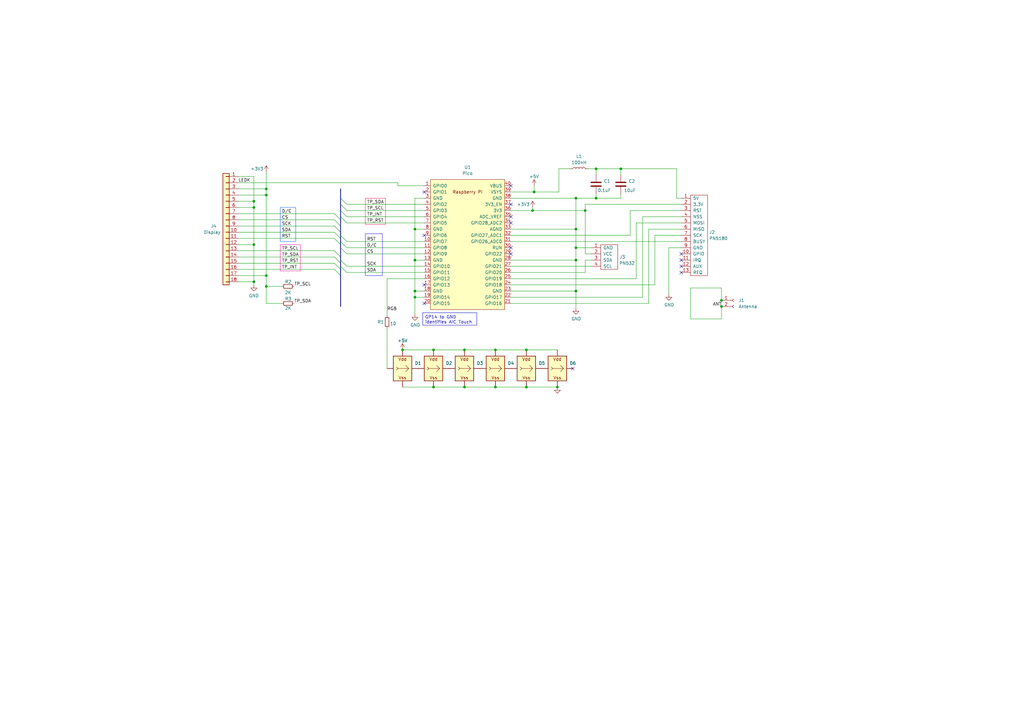
<source format=kicad_sch>
(kicad_sch (version 20230121) (generator eeschema)

  (uuid 2e3f5573-c264-4a8b-a2f0-0e6473d39aad)

  (paper "A3")

  (lib_symbols
    (symbol "Connector:Conn_01x02_Female" (pin_names (offset 1.016) hide) (in_bom yes) (on_board yes)
      (property "Reference" "J" (at 0 2.54 0)
        (effects (font (size 1.27 1.27)))
      )
      (property "Value" "Conn_01x02_Female" (at 0 -5.08 0)
        (effects (font (size 1.27 1.27)))
      )
      (property "Footprint" "" (at 0 0 0)
        (effects (font (size 1.27 1.27)) hide)
      )
      (property "Datasheet" "~" (at 0 0 0)
        (effects (font (size 1.27 1.27)) hide)
      )
      (property "ki_keywords" "connector" (at 0 0 0)
        (effects (font (size 1.27 1.27)) hide)
      )
      (property "ki_description" "Generic connector, single row, 01x02, script generated (kicad-library-utils/schlib/autogen/connector/)" (at 0 0 0)
        (effects (font (size 1.27 1.27)) hide)
      )
      (property "ki_fp_filters" "Connector*:*_1x??_*" (at 0 0 0)
        (effects (font (size 1.27 1.27)) hide)
      )
      (symbol "Conn_01x02_Female_1_1"
        (arc (start 0 -2.032) (mid -0.5058 -2.54) (end 0 -3.048)
          (stroke (width 0.1524) (type default))
          (fill (type none))
        )
        (polyline
          (pts
            (xy -1.27 -2.54)
            (xy -0.508 -2.54)
          )
          (stroke (width 0.1524) (type default))
          (fill (type none))
        )
        (polyline
          (pts
            (xy -1.27 0)
            (xy -0.508 0)
          )
          (stroke (width 0.1524) (type default))
          (fill (type none))
        )
        (arc (start 0 0.508) (mid -0.5058 0) (end 0 -0.508)
          (stroke (width 0.1524) (type default))
          (fill (type none))
        )
        (pin passive line (at -5.08 0 0) (length 3.81)
          (name "Pin_1" (effects (font (size 1.27 1.27))))
          (number "1" (effects (font (size 1.27 1.27))))
        )
        (pin passive line (at -5.08 -2.54 0) (length 3.81)
          (name "Pin_2" (effects (font (size 1.27 1.27))))
          (number "2" (effects (font (size 1.27 1.27))))
        )
      )
    )
    (symbol "Connector_Generic:Conn_01x18" (pin_names (offset 1.016) hide) (in_bom yes) (on_board yes)
      (property "Reference" "J" (at 0 22.86 0)
        (effects (font (size 1.27 1.27)))
      )
      (property "Value" "Conn_01x18" (at 0 -25.4 0)
        (effects (font (size 1.27 1.27)))
      )
      (property "Footprint" "" (at 0 0 0)
        (effects (font (size 1.27 1.27)) hide)
      )
      (property "Datasheet" "~" (at 0 0 0)
        (effects (font (size 1.27 1.27)) hide)
      )
      (property "ki_keywords" "connector" (at 0 0 0)
        (effects (font (size 1.27 1.27)) hide)
      )
      (property "ki_description" "Generic connector, single row, 01x18, script generated (kicad-library-utils/schlib/autogen/connector/)" (at 0 0 0)
        (effects (font (size 1.27 1.27)) hide)
      )
      (property "ki_fp_filters" "Connector*:*_1x??_*" (at 0 0 0)
        (effects (font (size 1.27 1.27)) hide)
      )
      (symbol "Conn_01x18_1_1"
        (rectangle (start -1.27 -22.733) (end 0 -22.987)
          (stroke (width 0.1524) (type default))
          (fill (type none))
        )
        (rectangle (start -1.27 -20.193) (end 0 -20.447)
          (stroke (width 0.1524) (type default))
          (fill (type none))
        )
        (rectangle (start -1.27 -17.653) (end 0 -17.907)
          (stroke (width 0.1524) (type default))
          (fill (type none))
        )
        (rectangle (start -1.27 -15.113) (end 0 -15.367)
          (stroke (width 0.1524) (type default))
          (fill (type none))
        )
        (rectangle (start -1.27 -12.573) (end 0 -12.827)
          (stroke (width 0.1524) (type default))
          (fill (type none))
        )
        (rectangle (start -1.27 -10.033) (end 0 -10.287)
          (stroke (width 0.1524) (type default))
          (fill (type none))
        )
        (rectangle (start -1.27 -7.493) (end 0 -7.747)
          (stroke (width 0.1524) (type default))
          (fill (type none))
        )
        (rectangle (start -1.27 -4.953) (end 0 -5.207)
          (stroke (width 0.1524) (type default))
          (fill (type none))
        )
        (rectangle (start -1.27 -2.413) (end 0 -2.667)
          (stroke (width 0.1524) (type default))
          (fill (type none))
        )
        (rectangle (start -1.27 0.127) (end 0 -0.127)
          (stroke (width 0.1524) (type default))
          (fill (type none))
        )
        (rectangle (start -1.27 2.667) (end 0 2.413)
          (stroke (width 0.1524) (type default))
          (fill (type none))
        )
        (rectangle (start -1.27 5.207) (end 0 4.953)
          (stroke (width 0.1524) (type default))
          (fill (type none))
        )
        (rectangle (start -1.27 7.747) (end 0 7.493)
          (stroke (width 0.1524) (type default))
          (fill (type none))
        )
        (rectangle (start -1.27 10.287) (end 0 10.033)
          (stroke (width 0.1524) (type default))
          (fill (type none))
        )
        (rectangle (start -1.27 12.827) (end 0 12.573)
          (stroke (width 0.1524) (type default))
          (fill (type none))
        )
        (rectangle (start -1.27 15.367) (end 0 15.113)
          (stroke (width 0.1524) (type default))
          (fill (type none))
        )
        (rectangle (start -1.27 17.907) (end 0 17.653)
          (stroke (width 0.1524) (type default))
          (fill (type none))
        )
        (rectangle (start -1.27 20.447) (end 0 20.193)
          (stroke (width 0.1524) (type default))
          (fill (type none))
        )
        (rectangle (start -1.27 21.59) (end 1.27 -24.13)
          (stroke (width 0.254) (type default))
          (fill (type background))
        )
        (pin passive line (at -5.08 20.32 0) (length 3.81)
          (name "Pin_1" (effects (font (size 1.27 1.27))))
          (number "1" (effects (font (size 1.27 1.27))))
        )
        (pin passive line (at -5.08 -2.54 0) (length 3.81)
          (name "Pin_10" (effects (font (size 1.27 1.27))))
          (number "10" (effects (font (size 1.27 1.27))))
        )
        (pin passive line (at -5.08 -5.08 0) (length 3.81)
          (name "Pin_11" (effects (font (size 1.27 1.27))))
          (number "11" (effects (font (size 1.27 1.27))))
        )
        (pin passive line (at -5.08 -7.62 0) (length 3.81)
          (name "Pin_12" (effects (font (size 1.27 1.27))))
          (number "12" (effects (font (size 1.27 1.27))))
        )
        (pin passive line (at -5.08 -10.16 0) (length 3.81)
          (name "Pin_13" (effects (font (size 1.27 1.27))))
          (number "13" (effects (font (size 1.27 1.27))))
        )
        (pin passive line (at -5.08 -12.7 0) (length 3.81)
          (name "Pin_14" (effects (font (size 1.27 1.27))))
          (number "14" (effects (font (size 1.27 1.27))))
        )
        (pin passive line (at -5.08 -15.24 0) (length 3.81)
          (name "Pin_15" (effects (font (size 1.27 1.27))))
          (number "15" (effects (font (size 1.27 1.27))))
        )
        (pin passive line (at -5.08 -17.78 0) (length 3.81)
          (name "Pin_16" (effects (font (size 1.27 1.27))))
          (number "16" (effects (font (size 1.27 1.27))))
        )
        (pin passive line (at -5.08 -20.32 0) (length 3.81)
          (name "Pin_17" (effects (font (size 1.27 1.27))))
          (number "17" (effects (font (size 1.27 1.27))))
        )
        (pin passive line (at -5.08 -22.86 0) (length 3.81)
          (name "Pin_18" (effects (font (size 1.27 1.27))))
          (number "18" (effects (font (size 1.27 1.27))))
        )
        (pin passive line (at -5.08 17.78 0) (length 3.81)
          (name "Pin_2" (effects (font (size 1.27 1.27))))
          (number "2" (effects (font (size 1.27 1.27))))
        )
        (pin passive line (at -5.08 15.24 0) (length 3.81)
          (name "Pin_3" (effects (font (size 1.27 1.27))))
          (number "3" (effects (font (size 1.27 1.27))))
        )
        (pin passive line (at -5.08 12.7 0) (length 3.81)
          (name "Pin_4" (effects (font (size 1.27 1.27))))
          (number "4" (effects (font (size 1.27 1.27))))
        )
        (pin passive line (at -5.08 10.16 0) (length 3.81)
          (name "Pin_5" (effects (font (size 1.27 1.27))))
          (number "5" (effects (font (size 1.27 1.27))))
        )
        (pin passive line (at -5.08 7.62 0) (length 3.81)
          (name "Pin_6" (effects (font (size 1.27 1.27))))
          (number "6" (effects (font (size 1.27 1.27))))
        )
        (pin passive line (at -5.08 5.08 0) (length 3.81)
          (name "Pin_7" (effects (font (size 1.27 1.27))))
          (number "7" (effects (font (size 1.27 1.27))))
        )
        (pin passive line (at -5.08 2.54 0) (length 3.81)
          (name "Pin_8" (effects (font (size 1.27 1.27))))
          (number "8" (effects (font (size 1.27 1.27))))
        )
        (pin passive line (at -5.08 0 0) (length 3.81)
          (name "Pin_9" (effects (font (size 1.27 1.27))))
          (number "9" (effects (font (size 1.27 1.27))))
        )
      )
    )
    (symbol "Device:C" (pin_numbers hide) (pin_names (offset 0.254)) (in_bom yes) (on_board yes)
      (property "Reference" "C" (at 0.635 2.54 0)
        (effects (font (size 1.27 1.27)) (justify left))
      )
      (property "Value" "C" (at 0.635 -2.54 0)
        (effects (font (size 1.27 1.27)) (justify left))
      )
      (property "Footprint" "" (at 0.9652 -3.81 0)
        (effects (font (size 1.27 1.27)) hide)
      )
      (property "Datasheet" "~" (at 0 0 0)
        (effects (font (size 1.27 1.27)) hide)
      )
      (property "ki_keywords" "cap capacitor" (at 0 0 0)
        (effects (font (size 1.27 1.27)) hide)
      )
      (property "ki_description" "Unpolarized capacitor" (at 0 0 0)
        (effects (font (size 1.27 1.27)) hide)
      )
      (property "ki_fp_filters" "C_*" (at 0 0 0)
        (effects (font (size 1.27 1.27)) hide)
      )
      (symbol "C_0_1"
        (polyline
          (pts
            (xy -2.032 -0.762)
            (xy 2.032 -0.762)
          )
          (stroke (width 0.508) (type default))
          (fill (type none))
        )
        (polyline
          (pts
            (xy -2.032 0.762)
            (xy 2.032 0.762)
          )
          (stroke (width 0.508) (type default))
          (fill (type none))
        )
      )
      (symbol "C_1_1"
        (pin passive line (at 0 3.81 270) (length 2.794)
          (name "~" (effects (font (size 1.27 1.27))))
          (number "1" (effects (font (size 1.27 1.27))))
        )
        (pin passive line (at 0 -3.81 90) (length 2.794)
          (name "~" (effects (font (size 1.27 1.27))))
          (number "2" (effects (font (size 1.27 1.27))))
        )
      )
    )
    (symbol "Device:L" (pin_numbers hide) (pin_names (offset 1.016) hide) (in_bom yes) (on_board yes)
      (property "Reference" "L" (at -1.27 0 90)
        (effects (font (size 1.27 1.27)))
      )
      (property "Value" "L" (at 1.905 0 90)
        (effects (font (size 1.27 1.27)))
      )
      (property "Footprint" "" (at 0 0 0)
        (effects (font (size 1.27 1.27)) hide)
      )
      (property "Datasheet" "~" (at 0 0 0)
        (effects (font (size 1.27 1.27)) hide)
      )
      (property "ki_keywords" "inductor choke coil reactor magnetic" (at 0 0 0)
        (effects (font (size 1.27 1.27)) hide)
      )
      (property "ki_description" "Inductor" (at 0 0 0)
        (effects (font (size 1.27 1.27)) hide)
      )
      (property "ki_fp_filters" "Choke_* *Coil* Inductor_* L_*" (at 0 0 0)
        (effects (font (size 1.27 1.27)) hide)
      )
      (symbol "L_0_1"
        (arc (start 0 -2.54) (mid 0.6323 -1.905) (end 0 -1.27)
          (stroke (width 0) (type default))
          (fill (type none))
        )
        (arc (start 0 -1.27) (mid 0.6323 -0.635) (end 0 0)
          (stroke (width 0) (type default))
          (fill (type none))
        )
        (arc (start 0 0) (mid 0.6323 0.635) (end 0 1.27)
          (stroke (width 0) (type default))
          (fill (type none))
        )
        (arc (start 0 1.27) (mid 0.6323 1.905) (end 0 2.54)
          (stroke (width 0) (type default))
          (fill (type none))
        )
      )
      (symbol "L_1_1"
        (pin passive line (at 0 3.81 270) (length 1.27)
          (name "1" (effects (font (size 1.27 1.27))))
          (number "1" (effects (font (size 1.27 1.27))))
        )
        (pin passive line (at 0 -3.81 90) (length 1.27)
          (name "2" (effects (font (size 1.27 1.27))))
          (number "2" (effects (font (size 1.27 1.27))))
        )
      )
    )
    (symbol "Device:R_Small" (pin_numbers hide) (pin_names (offset 0.254) hide) (in_bom yes) (on_board yes)
      (property "Reference" "R" (at 0.762 0.508 0)
        (effects (font (size 1.27 1.27)) (justify left))
      )
      (property "Value" "R_Small" (at 0.762 -1.016 0)
        (effects (font (size 1.27 1.27)) (justify left))
      )
      (property "Footprint" "" (at 0 0 0)
        (effects (font (size 1.27 1.27)) hide)
      )
      (property "Datasheet" "~" (at 0 0 0)
        (effects (font (size 1.27 1.27)) hide)
      )
      (property "ki_keywords" "R resistor" (at 0 0 0)
        (effects (font (size 1.27 1.27)) hide)
      )
      (property "ki_description" "Resistor, small symbol" (at 0 0 0)
        (effects (font (size 1.27 1.27)) hide)
      )
      (property "ki_fp_filters" "R_*" (at 0 0 0)
        (effects (font (size 1.27 1.27)) hide)
      )
      (symbol "R_Small_0_1"
        (rectangle (start -0.762 1.778) (end 0.762 -1.778)
          (stroke (width 0.2032) (type default))
          (fill (type none))
        )
      )
      (symbol "R_Small_1_1"
        (pin passive line (at 0 2.54 270) (length 0.762)
          (name "~" (effects (font (size 1.27 1.27))))
          (number "1" (effects (font (size 1.27 1.27))))
        )
        (pin passive line (at 0 -2.54 90) (length 0.762)
          (name "~" (effects (font (size 1.27 1.27))))
          (number "2" (effects (font (size 1.27 1.27))))
        )
      )
    )
    (symbol "aic_pico:PN5180" (pin_names (offset 1.016)) (in_bom yes) (on_board yes)
      (property "Reference" "J" (at 0 17.78 0)
        (effects (font (size 1.27 1.27)))
      )
      (property "Value" "PN5180" (at 0 -18.415 0)
        (effects (font (size 1.27 1.27)))
      )
      (property "Footprint" "aic_pico:pn5180_conn" (at 0 -17.145 0)
        (effects (font (size 1.27 1.27)) hide)
      )
      (property "Datasheet" "" (at 0 0 0)
        (effects (font (size 1.27 1.27)) hide)
      )
      (property "ki_keywords" "connector" (at 0 0 0)
        (effects (font (size 1.27 1.27)) hide)
      )
      (property "ki_description" "Generic connector, single row, 01x13, script generated" (at 0 0 0)
        (effects (font (size 1.27 1.27)) hide)
      )
      (property "ki_fp_filters" "Connector*:*_1x??_*" (at 0 0 0)
        (effects (font (size 1.27 1.27)) hide)
      )
      (symbol "PN5180_1_1"
        (rectangle (start -1.27 16.51) (end 5.715 -16.51)
          (stroke (width 0) (type default))
          (fill (type none))
        )
        (pin power_in line (at -5.08 15.24 0) (length 3.81)
          (name "5V" (effects (font (size 1.27 1.27))))
          (number "1" (effects (font (size 1.27 1.27))))
        )
        (pin bidirectional line (at -5.08 -7.62 0) (length 3.81)
          (name "GPIO" (effects (font (size 1.27 1.27))))
          (number "10" (effects (font (size 1.27 1.27))))
        )
        (pin output line (at -5.08 -10.16 0) (length 3.81)
          (name "IRQ" (effects (font (size 1.27 1.27))))
          (number "11" (effects (font (size 1.27 1.27))))
        )
        (pin bidirectional line (at -5.08 -12.7 0) (length 3.81)
          (name "AUX" (effects (font (size 1.27 1.27))))
          (number "12" (effects (font (size 1.27 1.27))))
        )
        (pin bidirectional line (at -5.08 -15.24 0) (length 3.81)
          (name "REQ" (effects (font (size 1.27 1.27))))
          (number "13" (effects (font (size 1.27 1.27))))
        )
        (pin power_in line (at -5.08 12.7 0) (length 3.81)
          (name "3.3V" (effects (font (size 1.27 1.27))))
          (number "2" (effects (font (size 1.27 1.27))))
        )
        (pin input line (at -5.08 10.16 0) (length 3.81)
          (name "RST" (effects (font (size 1.27 1.27))))
          (number "3" (effects (font (size 1.27 1.27))))
        )
        (pin input line (at -5.08 7.62 0) (length 3.81)
          (name "NSS" (effects (font (size 1.27 1.27))))
          (number "4" (effects (font (size 1.27 1.27))))
        )
        (pin input line (at -5.08 5.08 0) (length 3.81)
          (name "MOSI" (effects (font (size 1.27 1.27))))
          (number "5" (effects (font (size 1.27 1.27))))
        )
        (pin output line (at -5.08 2.54 0) (length 3.81)
          (name "MISO" (effects (font (size 1.27 1.27))))
          (number "6" (effects (font (size 1.27 1.27))))
        )
        (pin input line (at -5.08 0 0) (length 3.81)
          (name "SCK" (effects (font (size 1.27 1.27))))
          (number "7" (effects (font (size 1.27 1.27))))
        )
        (pin output line (at -5.08 -2.54 0) (length 3.81)
          (name "BUSY" (effects (font (size 1.27 1.27))))
          (number "8" (effects (font (size 1.27 1.27))))
        )
        (pin power_in line (at -5.08 -5.08 0) (length 3.81)
          (name "GND" (effects (font (size 1.27 1.27))))
          (number "9" (effects (font (size 1.27 1.27))))
        )
      )
    )
    (symbol "aic_pico:PN532" (pin_names (offset 1.016)) (in_bom yes) (on_board yes)
      (property "Reference" "J" (at -1.27 6.35 0)
        (effects (font (size 1.27 1.27)))
      )
      (property "Value" "PN532" (at 1.27 -6.985 0)
        (effects (font (size 1.27 1.27)))
      )
      (property "Footprint" "aic_pico:pn532_conn" (at -0.635 -7.62 0)
        (effects (font (size 1.27 1.27)) hide)
      )
      (property "Datasheet" "" (at 0 0 0)
        (effects (font (size 1.27 1.27)) hide)
      )
      (property "ki_keywords" "connector" (at 0 0 0)
        (effects (font (size 1.27 1.27)) hide)
      )
      (property "ki_description" "Generic connector, single row, 01x13, script generated" (at 0 0 0)
        (effects (font (size 1.27 1.27)) hide)
      )
      (property "ki_fp_filters" "Connector*:*_1x??_*" (at 0 0 0)
        (effects (font (size 1.27 1.27)) hide)
      )
      (symbol "PN532_1_1"
        (rectangle (start -2.54 5.08) (end 4.445 -5.08)
          (stroke (width 0) (type default))
          (fill (type none))
        )
        (pin power_in line (at -6.35 3.81 0) (length 3.81)
          (name "GND" (effects (font (size 1.27 1.27))))
          (number "1" (effects (font (size 1.27 1.27))))
        )
        (pin power_in line (at -6.35 1.27 0) (length 3.81)
          (name "VCC" (effects (font (size 1.27 1.27))))
          (number "2" (effects (font (size 1.27 1.27))))
        )
        (pin bidirectional line (at -6.35 -1.27 0) (length 3.81)
          (name "SDA" (effects (font (size 1.27 1.27))))
          (number "3" (effects (font (size 1.27 1.27))))
        )
        (pin bidirectional line (at -6.35 -3.81 0) (length 3.81)
          (name "SCL" (effects (font (size 1.27 1.27))))
          (number "4" (effects (font (size 1.27 1.27))))
        )
      )
    )
    (symbol "aic_pico:Pico_Trim" (pin_names (offset 1.016)) (in_bom yes) (on_board yes)
      (property "Reference" "U" (at -13.97 27.94 0)
        (effects (font (size 1.27 1.27)))
      )
      (property "Value" "Pico_Trim" (at 0 19.05 0)
        (effects (font (size 1.27 1.27)))
      )
      (property "Footprint" "aic_pico:RPi_Pico_SMD_No_USB" (at 0 0 90)
        (effects (font (size 1.27 1.27)) hide)
      )
      (property "Datasheet" "" (at 0 0 0)
        (effects (font (size 1.27 1.27)) hide)
      )
      (symbol "Pico_Trim_0_0"
        (text "Raspberry Pi" (at 0 21.59 0)
          (effects (font (size 1.27 1.27)))
        )
      )
      (symbol "Pico_Trim_0_1"
        (rectangle (start -15.24 26.67) (end 15.24 -26.67)
          (stroke (width 0) (type default))
          (fill (type background))
        )
      )
      (symbol "Pico_Trim_1_1"
        (pin bidirectional line (at -17.78 24.13 0) (length 2.54)
          (name "GPIO0" (effects (font (size 1.27 1.27))))
          (number "1" (effects (font (size 1.27 1.27))))
        )
        (pin bidirectional line (at -17.78 1.27 0) (length 2.54)
          (name "GPIO7" (effects (font (size 1.27 1.27))))
          (number "10" (effects (font (size 1.27 1.27))))
        )
        (pin bidirectional line (at -17.78 -1.27 0) (length 2.54)
          (name "GPIO8" (effects (font (size 1.27 1.27))))
          (number "11" (effects (font (size 1.27 1.27))))
        )
        (pin bidirectional line (at -17.78 -3.81 0) (length 2.54)
          (name "GPIO9" (effects (font (size 1.27 1.27))))
          (number "12" (effects (font (size 1.27 1.27))))
        )
        (pin power_in line (at -17.78 -6.35 0) (length 2.54)
          (name "GND" (effects (font (size 1.27 1.27))))
          (number "13" (effects (font (size 1.27 1.27))))
        )
        (pin bidirectional line (at -17.78 -8.89 0) (length 2.54)
          (name "GPIO10" (effects (font (size 1.27 1.27))))
          (number "14" (effects (font (size 1.27 1.27))))
        )
        (pin bidirectional line (at -17.78 -11.43 0) (length 2.54)
          (name "GPIO11" (effects (font (size 1.27 1.27))))
          (number "15" (effects (font (size 1.27 1.27))))
        )
        (pin bidirectional line (at -17.78 -13.97 0) (length 2.54)
          (name "GPIO12" (effects (font (size 1.27 1.27))))
          (number "16" (effects (font (size 1.27 1.27))))
        )
        (pin bidirectional line (at -17.78 -16.51 0) (length 2.54)
          (name "GPIO13" (effects (font (size 1.27 1.27))))
          (number "17" (effects (font (size 1.27 1.27))))
        )
        (pin power_in line (at -17.78 -19.05 0) (length 2.54)
          (name "GND" (effects (font (size 1.27 1.27))))
          (number "18" (effects (font (size 1.27 1.27))))
        )
        (pin bidirectional line (at -17.78 -21.59 0) (length 2.54)
          (name "GPIO14" (effects (font (size 1.27 1.27))))
          (number "19" (effects (font (size 1.27 1.27))))
        )
        (pin bidirectional line (at -17.78 21.59 0) (length 2.54)
          (name "GPIO1" (effects (font (size 1.27 1.27))))
          (number "2" (effects (font (size 1.27 1.27))))
        )
        (pin bidirectional line (at -17.78 -24.13 0) (length 2.54)
          (name "GPIO15" (effects (font (size 1.27 1.27))))
          (number "20" (effects (font (size 1.27 1.27))))
        )
        (pin bidirectional line (at 17.78 -24.13 180) (length 2.54)
          (name "GPIO16" (effects (font (size 1.27 1.27))))
          (number "21" (effects (font (size 1.27 1.27))))
        )
        (pin bidirectional line (at 17.78 -21.59 180) (length 2.54)
          (name "GPIO17" (effects (font (size 1.27 1.27))))
          (number "22" (effects (font (size 1.27 1.27))))
        )
        (pin power_in line (at 17.78 -19.05 180) (length 2.54)
          (name "GND" (effects (font (size 1.27 1.27))))
          (number "23" (effects (font (size 1.27 1.27))))
        )
        (pin bidirectional line (at 17.78 -16.51 180) (length 2.54)
          (name "GPIO18" (effects (font (size 1.27 1.27))))
          (number "24" (effects (font (size 1.27 1.27))))
        )
        (pin bidirectional line (at 17.78 -13.97 180) (length 2.54)
          (name "GPIO19" (effects (font (size 1.27 1.27))))
          (number "25" (effects (font (size 1.27 1.27))))
        )
        (pin bidirectional line (at 17.78 -11.43 180) (length 2.54)
          (name "GPIO20" (effects (font (size 1.27 1.27))))
          (number "26" (effects (font (size 1.27 1.27))))
        )
        (pin bidirectional line (at 17.78 -8.89 180) (length 2.54)
          (name "GPIO21" (effects (font (size 1.27 1.27))))
          (number "27" (effects (font (size 1.27 1.27))))
        )
        (pin power_in line (at 17.78 -6.35 180) (length 2.54)
          (name "GND" (effects (font (size 1.27 1.27))))
          (number "28" (effects (font (size 1.27 1.27))))
        )
        (pin bidirectional line (at 17.78 -3.81 180) (length 2.54)
          (name "GPIO22" (effects (font (size 1.27 1.27))))
          (number "29" (effects (font (size 1.27 1.27))))
        )
        (pin power_in line (at -17.78 19.05 0) (length 2.54)
          (name "GND" (effects (font (size 1.27 1.27))))
          (number "3" (effects (font (size 1.27 1.27))))
        )
        (pin input line (at 17.78 -1.27 180) (length 2.54)
          (name "RUN" (effects (font (size 1.27 1.27))))
          (number "30" (effects (font (size 1.27 1.27))))
        )
        (pin bidirectional line (at 17.78 1.27 180) (length 2.54)
          (name "GPIO26_ADC0" (effects (font (size 1.27 1.27))))
          (number "31" (effects (font (size 1.27 1.27))))
        )
        (pin bidirectional line (at 17.78 3.81 180) (length 2.54)
          (name "GPIO27_ADC1" (effects (font (size 1.27 1.27))))
          (number "32" (effects (font (size 1.27 1.27))))
        )
        (pin power_in line (at 17.78 6.35 180) (length 2.54)
          (name "AGND" (effects (font (size 1.27 1.27))))
          (number "33" (effects (font (size 1.27 1.27))))
        )
        (pin bidirectional line (at 17.78 8.89 180) (length 2.54)
          (name "GPIO28_ADC2" (effects (font (size 1.27 1.27))))
          (number "34" (effects (font (size 1.27 1.27))))
        )
        (pin unspecified line (at 17.78 11.43 180) (length 2.54)
          (name "ADC_VREF" (effects (font (size 1.27 1.27))))
          (number "35" (effects (font (size 1.27 1.27))))
        )
        (pin unspecified line (at 17.78 13.97 180) (length 2.54)
          (name "3V3" (effects (font (size 1.27 1.27))))
          (number "36" (effects (font (size 1.27 1.27))))
        )
        (pin input line (at 17.78 16.51 180) (length 2.54)
          (name "3V3_EN" (effects (font (size 1.27 1.27))))
          (number "37" (effects (font (size 1.27 1.27))))
        )
        (pin bidirectional line (at 17.78 19.05 180) (length 2.54)
          (name "GND" (effects (font (size 1.27 1.27))))
          (number "38" (effects (font (size 1.27 1.27))))
        )
        (pin unspecified line (at 17.78 21.59 180) (length 2.54)
          (name "VSYS" (effects (font (size 1.27 1.27))))
          (number "39" (effects (font (size 1.27 1.27))))
        )
        (pin bidirectional line (at -17.78 16.51 0) (length 2.54)
          (name "GPIO2" (effects (font (size 1.27 1.27))))
          (number "4" (effects (font (size 1.27 1.27))))
        )
        (pin unspecified line (at 17.78 24.13 180) (length 2.54)
          (name "VBUS" (effects (font (size 1.27 1.27))))
          (number "40" (effects (font (size 1.27 1.27))))
        )
        (pin bidirectional line (at -17.78 13.97 0) (length 2.54)
          (name "GPIO3" (effects (font (size 1.27 1.27))))
          (number "5" (effects (font (size 1.27 1.27))))
        )
        (pin bidirectional line (at -17.78 11.43 0) (length 2.54)
          (name "GPIO4" (effects (font (size 1.27 1.27))))
          (number "6" (effects (font (size 1.27 1.27))))
        )
        (pin bidirectional line (at -17.78 8.89 0) (length 2.54)
          (name "GPIO5" (effects (font (size 1.27 1.27))))
          (number "7" (effects (font (size 1.27 1.27))))
        )
        (pin power_in line (at -17.78 6.35 0) (length 2.54)
          (name "GND" (effects (font (size 1.27 1.27))))
          (number "8" (effects (font (size 1.27 1.27))))
        )
        (pin bidirectional line (at -17.78 3.81 0) (length 2.54)
          (name "GPIO6" (effects (font (size 1.27 1.27))))
          (number "9" (effects (font (size 1.27 1.27))))
        )
      )
    )
    (symbol "aic_pico:WS2812B_Unified" (pin_numbers hide) (pin_names (offset 0.254) hide) (in_bom yes) (on_board yes)
      (property "Reference" "D10" (at 2.54 6.35 0)
        (effects (font (size 1.27 1.27)))
      )
      (property "Value" "WS2812B_Unified" (at 15.24 1.7907 0)
        (effects (font (size 1.27 1.27)) hide)
      )
      (property "Footprint" "iidx_pico:WS2812B-2835" (at 1.27 -7.62 0)
        (effects (font (size 1.27 1.27)) (justify left top) hide)
      )
      (property "Datasheet" "" (at 2.54 -9.525 0)
        (effects (font (size 1.27 1.27)) (justify left top) hide)
      )
      (property "ki_keywords" "RGB LED NeoPixel addressable" (at 0 0 0)
        (effects (font (size 1.27 1.27)) hide)
      )
      (property "ki_description" "RGB LED with integrated controller" (at 0 0 0)
        (effects (font (size 1.27 1.27)) hide)
      )
      (property "ki_fp_filters" "LED*WS2812" (at 0 0 0)
        (effects (font (size 1.27 1.27)) hide)
      )
      (symbol "WS2812B_Unified_0_0"
        (polyline
          (pts
            (xy -1.905 0)
            (xy 2.54 0)
            (xy 1.27 1.27)
          )
          (stroke (width 0) (type default))
          (fill (type none))
        )
        (text "Vdd" (at 0 3.81 0)
          (effects (font (size 1.27 1.27)))
        )
        (text "Vss" (at 0 -3.81 0)
          (effects (font (size 1.27 1.27)))
        )
      )
      (symbol "WS2812B_Unified_0_1"
        (rectangle (start -3.81 5.08) (end 3.81 -5.08)
          (stroke (width 0.254) (type default))
          (fill (type background))
        )
        (polyline
          (pts
            (xy 1.27 -1.27)
            (xy 2.54 0)
          )
          (stroke (width 0) (type default))
          (fill (type none))
        )
        (polyline
          (pts
            (xy -2.54 0.635)
            (xy -1.905 0)
            (xy -2.54 -0.635)
          )
          (stroke (width 0) (type default))
          (fill (type none))
        )
      )
      (symbol "WS2812B_Unified_1_1"
        (pin power_in line (at 0 -7.62 90) (length 2.54)
          (name "VSS" (effects (font (size 1.27 1.27))))
          (number "G" (effects (font (size 1.27 1.27))))
        )
        (pin input line (at -6.35 0 0) (length 2.54)
          (name "In" (effects (font (size 1.27 1.27))))
          (number "I" (effects (font (size 1.27 1.27))))
        )
        (pin output line (at 6.35 0 180) (length 2.54)
          (name "Out" (effects (font (size 1.27 1.27))))
          (number "O" (effects (font (size 1.27 1.27))))
        )
        (pin power_in line (at 0 7.62 270) (length 2.54)
          (name "VDD" (effects (font (size 1.27 1.27))))
          (number "V" (effects (font (size 1.27 1.27))))
        )
      )
    )
    (symbol "power:+3V3" (power) (pin_names (offset 0)) (in_bom yes) (on_board yes)
      (property "Reference" "#PWR" (at 0 -3.81 0)
        (effects (font (size 1.27 1.27)) hide)
      )
      (property "Value" "+3V3" (at 0 3.556 0)
        (effects (font (size 1.27 1.27)))
      )
      (property "Footprint" "" (at 0 0 0)
        (effects (font (size 1.27 1.27)) hide)
      )
      (property "Datasheet" "" (at 0 0 0)
        (effects (font (size 1.27 1.27)) hide)
      )
      (property "ki_keywords" "power-flag" (at 0 0 0)
        (effects (font (size 1.27 1.27)) hide)
      )
      (property "ki_description" "Power symbol creates a global label with name \"+3V3\"" (at 0 0 0)
        (effects (font (size 1.27 1.27)) hide)
      )
      (symbol "+3V3_0_1"
        (polyline
          (pts
            (xy -0.762 1.27)
            (xy 0 2.54)
          )
          (stroke (width 0) (type default))
          (fill (type none))
        )
        (polyline
          (pts
            (xy 0 0)
            (xy 0 2.54)
          )
          (stroke (width 0) (type default))
          (fill (type none))
        )
        (polyline
          (pts
            (xy 0 2.54)
            (xy 0.762 1.27)
          )
          (stroke (width 0) (type default))
          (fill (type none))
        )
      )
      (symbol "+3V3_1_1"
        (pin power_in line (at 0 0 90) (length 0) hide
          (name "+3V3" (effects (font (size 1.27 1.27))))
          (number "1" (effects (font (size 1.27 1.27))))
        )
      )
    )
    (symbol "power:+5V" (power) (pin_names (offset 0)) (in_bom yes) (on_board yes)
      (property "Reference" "#PWR" (at 0 -3.81 0)
        (effects (font (size 1.27 1.27)) hide)
      )
      (property "Value" "+5V" (at 0 3.556 0)
        (effects (font (size 1.27 1.27)))
      )
      (property "Footprint" "" (at 0 0 0)
        (effects (font (size 1.27 1.27)) hide)
      )
      (property "Datasheet" "" (at 0 0 0)
        (effects (font (size 1.27 1.27)) hide)
      )
      (property "ki_keywords" "power-flag" (at 0 0 0)
        (effects (font (size 1.27 1.27)) hide)
      )
      (property "ki_description" "Power symbol creates a global label with name \"+5V\"" (at 0 0 0)
        (effects (font (size 1.27 1.27)) hide)
      )
      (symbol "+5V_0_1"
        (polyline
          (pts
            (xy -0.762 1.27)
            (xy 0 2.54)
          )
          (stroke (width 0) (type default))
          (fill (type none))
        )
        (polyline
          (pts
            (xy 0 0)
            (xy 0 2.54)
          )
          (stroke (width 0) (type default))
          (fill (type none))
        )
        (polyline
          (pts
            (xy 0 2.54)
            (xy 0.762 1.27)
          )
          (stroke (width 0) (type default))
          (fill (type none))
        )
      )
      (symbol "+5V_1_1"
        (pin power_in line (at 0 0 90) (length 0) hide
          (name "+5V" (effects (font (size 1.27 1.27))))
          (number "1" (effects (font (size 1.27 1.27))))
        )
      )
    )
    (symbol "power:GND" (power) (pin_names (offset 0)) (in_bom yes) (on_board yes)
      (property "Reference" "#PWR" (at 0 -6.35 0)
        (effects (font (size 1.27 1.27)) hide)
      )
      (property "Value" "GND" (at 0 -3.81 0)
        (effects (font (size 1.27 1.27)))
      )
      (property "Footprint" "" (at 0 0 0)
        (effects (font (size 1.27 1.27)) hide)
      )
      (property "Datasheet" "" (at 0 0 0)
        (effects (font (size 1.27 1.27)) hide)
      )
      (property "ki_keywords" "power-flag" (at 0 0 0)
        (effects (font (size 1.27 1.27)) hide)
      )
      (property "ki_description" "Power symbol creates a global label with name \"GND\" , ground" (at 0 0 0)
        (effects (font (size 1.27 1.27)) hide)
      )
      (symbol "GND_0_1"
        (polyline
          (pts
            (xy 0 0)
            (xy 0 -1.27)
            (xy 1.27 -1.27)
            (xy 0 -2.54)
            (xy -1.27 -1.27)
            (xy 0 -1.27)
          )
          (stroke (width 0) (type default))
          (fill (type none))
        )
      )
      (symbol "GND_1_1"
        (pin power_in line (at 0 0 270) (length 0) hide
          (name "GND" (effects (font (size 1.27 1.27))))
          (number "1" (effects (font (size 1.27 1.27))))
        )
      )
    )
  )

  (junction (at 236.22 81.28) (diameter 0) (color 0 0 0 0)
    (uuid 0642315a-8bbe-4097-92c0-8381bc7da6e8)
  )
  (junction (at 177.8 158.75) (diameter 0) (color 0 0 0 0)
    (uuid 1535672b-00bd-4f01-b5f6-6c89487baad7)
  )
  (junction (at 109.22 113.03) (diameter 0) (color 0 0 0 0)
    (uuid 195819ec-fc70-4fe7-adcb-f8ead16cb200)
  )
  (junction (at 215.9 143.51) (diameter 0) (color 0 0 0 0)
    (uuid 26448785-d6dc-4007-a201-81d140779ec5)
  )
  (junction (at 190.5 143.51) (diameter 0) (color 0 0 0 0)
    (uuid 264684aa-feba-4b81-adea-cb023c8c69d5)
  )
  (junction (at 190.5 158.75) (diameter 0) (color 0 0 0 0)
    (uuid 307b47b3-1ef1-480d-8c2d-2ffcb1fdcdc2)
  )
  (junction (at 240.03 86.36) (diameter 0) (color 0 0 0 0)
    (uuid 40d30f47-ddb9-492d-af90-985cc745e334)
  )
  (junction (at 177.8 143.51) (diameter 0) (color 0 0 0 0)
    (uuid 416e621e-c1e9-4b5a-a420-6c5b2cb432b5)
  )
  (junction (at 203.2 158.75) (diameter 0) (color 0 0 0 0)
    (uuid 4d02e5f1-05e6-4474-a6f7-a3866e145eab)
  )
  (junction (at 254.635 69.215) (diameter 0) (color 0 0 0 0)
    (uuid 5248b989-cea6-4938-9307-fc197fc231f2)
  )
  (junction (at 165.1 143.51) (diameter 0) (color 0 0 0 0)
    (uuid 5a771f0e-90db-42f5-bbb7-c78542f642aa)
  )
  (junction (at 170.18 119.38) (diameter 0) (color 0 0 0 0)
    (uuid 5da908a0-a166-430f-b8d6-3b2ec8444c35)
  )
  (junction (at 109.22 117.475) (diameter 0) (color 0 0 0 0)
    (uuid 60ed15fe-87cf-4c25-8377-9eeeacc7458f)
  )
  (junction (at 218.44 86.36) (diameter 0) (color 0 0 0 0)
    (uuid 686e90fd-231c-4609-97ac-0d21140c846a)
  )
  (junction (at 228.6 158.75) (diameter 0) (color 0 0 0 0)
    (uuid 716ff7f6-a7b7-4255-80ba-034d7f03f119)
  )
  (junction (at 104.14 85.09) (diameter 0) (color 0 0 0 0)
    (uuid 7b297fc4-2a44-4721-800e-d2fe1a3e6bd1)
  )
  (junction (at 104.14 115.57) (diameter 0) (color 0 0 0 0)
    (uuid 87c20c2c-07b1-4be9-9cf3-3c1c8cb84d93)
  )
  (junction (at 203.2 143.51) (diameter 0) (color 0 0 0 0)
    (uuid 941ccbb3-6ecf-4dfe-9a14-a585de4ff137)
  )
  (junction (at 215.9 158.75) (diameter 0) (color 0 0 0 0)
    (uuid 98f45ed8-3359-4049-8b8e-49336e162522)
  )
  (junction (at 109.22 80.01) (diameter 0) (color 0 0 0 0)
    (uuid a6c4df32-05b0-4540-bdc1-ab4155f2b0a6)
  )
  (junction (at 109.22 77.47) (diameter 0) (color 0 0 0 0)
    (uuid a711bd98-c1f5-444a-ace6-c6fb40082bd0)
  )
  (junction (at 236.22 119.38) (diameter 0) (color 0 0 0 0)
    (uuid af04cdde-acf5-4e11-a9b1-d30caa0be199)
  )
  (junction (at 170.18 106.68) (diameter 0) (color 0 0 0 0)
    (uuid b6c9967b-f254-4f60-b18f-1bdf657a45ee)
  )
  (junction (at 295.91 123.19) (diameter 0) (color 0 0 0 0)
    (uuid b8b3249a-1330-4dc7-9518-f865d92fefd6)
  )
  (junction (at 236.22 101.6) (diameter 0) (color 0 0 0 0)
    (uuid c4f037e7-eee6-4d5a-8c03-0cfdbe21e0a5)
  )
  (junction (at 170.18 93.98) (diameter 0) (color 0 0 0 0)
    (uuid d1d1050e-598a-46ab-acbe-d4e45528f065)
  )
  (junction (at 170.18 121.92) (diameter 0) (color 0 0 0 0)
    (uuid d402c566-4ac0-45c5-96f2-1940baee18e4)
  )
  (junction (at 244.475 69.215) (diameter 0) (color 0 0 0 0)
    (uuid d61c8db0-48c7-40ba-ad54-41a91c7d34e9)
  )
  (junction (at 104.14 100.33) (diameter 0) (color 0 0 0 0)
    (uuid da5223dc-1c46-41af-8505-d59313de5639)
  )
  (junction (at 236.22 106.68) (diameter 0) (color 0 0 0 0)
    (uuid eb040594-1569-4b81-abeb-13d79c4b83a5)
  )
  (junction (at 236.22 93.98) (diameter 0) (color 0 0 0 0)
    (uuid eb6cccb9-dd9d-439e-b15a-f5c4ad573581)
  )
  (junction (at 219.075 78.74) (diameter 0) (color 0 0 0 0)
    (uuid eecd5620-8f1b-41e6-8691-b353a0f5edca)
  )
  (junction (at 295.91 125.73) (diameter 0) (color 0 0 0 0)
    (uuid f447bbaa-3251-493f-b974-3e55f57bf618)
  )
  (junction (at 244.475 81.28) (diameter 0) (color 0 0 0 0)
    (uuid ff03eea9-577e-4524-84e0-ff400f856fca)
  )
  (junction (at 104.14 82.55) (diameter 0) (color 0 0 0 0)
    (uuid fffe80bd-e6b2-45d8-aa4b-18edc8f20b26)
  )

  (no_connect (at 209.55 104.14) (uuid 0d4f6ee4-93b4-4df7-87ba-3de1cc105eda))
  (no_connect (at 279.4 106.68) (uuid 27131769-043e-4002-a458-720fec6bd055))
  (no_connect (at 279.4 109.22) (uuid 40c186fe-de5d-436a-a0b6-db6698290ac0))
  (no_connect (at 209.55 101.6) (uuid 490ed4ff-9da7-4951-bd46-3715875e8850))
  (no_connect (at 209.55 83.82) (uuid 490ed4ff-9da7-4951-bd46-3715875e8856))
  (no_connect (at 209.55 88.9) (uuid 490ed4ff-9da7-4951-bd46-3715875e8858))
  (no_connect (at 173.99 124.46) (uuid 4a841462-8c86-4850-9dd9-3ab9c50d54e4))
  (no_connect (at 209.55 91.44) (uuid 4fd199c4-5de5-42fd-82e8-5266094a993d))
  (no_connect (at 234.95 151.13) (uuid 58ffe2e7-e3e3-49cc-9161-310b712decd8))
  (no_connect (at 209.55 76.2) (uuid abc623e4-fcef-4802-a05a-7e40990d6ac0))
  (no_connect (at 173.99 116.84) (uuid ba715425-ee40-44ec-b5fb-279c28eb95ef))
  (no_connect (at 279.4 104.14) (uuid c7a3d5d7-f91e-4c05-bd6f-4028f4e02b41))
  (no_connect (at 173.99 96.52) (uuid d552b4cb-ac65-48fb-937f-dd5c5895fa10))
  (no_connect (at 279.4 111.76) (uuid e5f413f5-26df-4ac3-b8cf-44e3c70ef5a9))
  (no_connect (at 173.99 78.74) (uuid fa664f02-0d31-40d6-8e28-f077a0ea4a12))

  (bus_entry (at 139.7 83.82) (size 2.54 2.54)
    (stroke (width 0) (type default))
    (uuid 15aa62c9-7f37-47db-b719-963b36ad4851)
  )
  (bus_entry (at 137.16 97.79) (size 2.54 2.54)
    (stroke (width 0) (type default))
    (uuid 1b3901c3-3c22-4830-bd33-257548326cad)
  )
  (bus_entry (at 137.16 95.25) (size 2.54 2.54)
    (stroke (width 0) (type default))
    (uuid 4f24b11f-518e-4964-993c-4bc81ecc5b2a)
  )
  (bus_entry (at 139.7 99.06) (size 2.54 2.54)
    (stroke (width 0) (type default))
    (uuid 5b02b06d-3b5a-4196-a822-bfedb0ff15fd)
  )
  (bus_entry (at 137.16 107.95) (size 2.54 2.54)
    (stroke (width 0) (type default))
    (uuid 6cb55b1f-5389-491d-b8b9-ca6bb2ddb655)
  )
  (bus_entry (at 137.16 90.17) (size 2.54 2.54)
    (stroke (width 0) (type default))
    (uuid 7126499b-2864-4d7b-8d0f-ba6a081eb2e1)
  )
  (bus_entry (at 139.7 101.6) (size 2.54 2.54)
    (stroke (width 0) (type default))
    (uuid 755550d8-495e-4bef-935a-334d51a500c9)
  )
  (bus_entry (at 137.16 105.41) (size 2.54 2.54)
    (stroke (width 0) (type default))
    (uuid 84b7dd88-9b3e-4b33-a31f-5790cd0c8856)
  )
  (bus_entry (at 137.16 102.87) (size 2.54 2.54)
    (stroke (width 0) (type default))
    (uuid 8ad26a51-a819-44f2-8bbe-5f585cf0ca00)
  )
  (bus_entry (at 137.16 110.49) (size 2.54 2.54)
    (stroke (width 0) (type default))
    (uuid 9a51478a-6a07-497f-8be9-2d4f4a7d3810)
  )
  (bus_entry (at 139.7 86.36) (size 2.54 2.54)
    (stroke (width 0) (type default))
    (uuid a3dceb6e-f8b8-4aa2-8648-ba6d6034298d)
  )
  (bus_entry (at 139.7 109.22) (size 2.54 2.54)
    (stroke (width 0) (type default))
    (uuid a4787595-b1cc-4052-b764-8658d8caf90d)
  )
  (bus_entry (at 139.7 96.52) (size 2.54 2.54)
    (stroke (width 0) (type default))
    (uuid b8b26519-5341-4c7a-8d9d-2d4869428353)
  )
  (bus_entry (at 139.7 106.68) (size 2.54 2.54)
    (stroke (width 0) (type default))
    (uuid c1a4a63e-283e-45ec-b068-8c3f96903c17)
  )
  (bus_entry (at 137.16 87.63) (size 2.54 2.54)
    (stroke (width 0) (type default))
    (uuid c36ab41b-4fda-4ed7-af35-706d99a2839f)
  )
  (bus_entry (at 139.7 81.28) (size 2.54 2.54)
    (stroke (width 0) (type default))
    (uuid f3555f71-561f-4f5b-b4e2-a6bec788b846)
  )
  (bus_entry (at 137.16 92.71) (size 2.54 2.54)
    (stroke (width 0) (type default))
    (uuid f690ffbf-d18c-4b43-bba2-8eb9d0283ccd)
  )
  (bus_entry (at 139.7 88.9) (size 2.54 2.54)
    (stroke (width 0) (type default))
    (uuid fe76c10d-8d76-4b82-8c52-d51155e8bcb7)
  )

  (wire (pts (xy 240.03 83.82) (xy 279.4 83.82))
    (stroke (width 0) (type default))
    (uuid 017bb6c2-a5a5-45ad-b6a8-016561f67002)
  )
  (wire (pts (xy 97.79 82.55) (xy 104.14 82.55))
    (stroke (width 0) (type default))
    (uuid 0300934b-cc67-4788-9bca-034c19b2cc53)
  )
  (bus (pts (xy 139.7 88.9) (xy 139.7 90.17))
    (stroke (width 0) (type default))
    (uuid 030c3d87-ec84-4844-868a-01b76d7f2524)
  )

  (wire (pts (xy 268.605 96.52) (xy 279.4 96.52))
    (stroke (width 0) (type default))
    (uuid 05318c79-b84f-4bb3-b72b-3d46db2442ae)
  )
  (wire (pts (xy 209.55 86.36) (xy 218.44 86.36))
    (stroke (width 0) (type default))
    (uuid 05df71de-724c-4632-8c41-7288fe19d044)
  )
  (wire (pts (xy 209.55 114.3) (xy 260.985 114.3))
    (stroke (width 0) (type default))
    (uuid 05ea8712-6b49-4d0e-9c87-baae3b2c0196)
  )
  (wire (pts (xy 170.18 81.28) (xy 170.18 93.98))
    (stroke (width 0) (type default))
    (uuid 061ed33a-c368-4e83-8119-e3222027301e)
  )
  (wire (pts (xy 244.475 79.375) (xy 244.475 81.28))
    (stroke (width 0) (type default))
    (uuid 06618423-83e3-46e3-b965-61d6144a9373)
  )
  (wire (pts (xy 142.24 83.82) (xy 173.99 83.82))
    (stroke (width 0) (type default))
    (uuid 0769c21f-9220-47c5-ad60-d025c9e7507c)
  )
  (wire (pts (xy 158.75 114.3) (xy 173.99 114.3))
    (stroke (width 0) (type default))
    (uuid 0a2f30d7-2622-402b-8054-c38fd1169533)
  )
  (bus (pts (xy 139.7 110.49) (xy 139.7 113.03))
    (stroke (width 0) (type default))
    (uuid 0a3e048d-082f-43f3-9e25-4e6910039208)
  )

  (wire (pts (xy 115.57 117.475) (xy 109.22 117.475))
    (stroke (width 0) (type default))
    (uuid 0c1efb88-5fa6-4ef6-b6fc-6640e6496c6c)
  )
  (wire (pts (xy 163.195 76.2) (xy 163.195 74.93))
    (stroke (width 0) (type default))
    (uuid 0c2786e7-643e-4e7c-9505-99ee221f1fe4)
  )
  (wire (pts (xy 97.79 72.39) (xy 104.14 72.39))
    (stroke (width 0) (type default))
    (uuid 13839a03-0118-4a78-a6c2-0f6364670272)
  )
  (bus (pts (xy 139.7 81.28) (xy 139.7 83.82))
    (stroke (width 0) (type default))
    (uuid 13cd0b54-99f8-4a6e-96ee-c4402d08050d)
  )

  (wire (pts (xy 165.1 158.75) (xy 177.8 158.75))
    (stroke (width 0) (type default))
    (uuid 1643bb34-f4be-468c-ac34-5f15764e1f05)
  )
  (wire (pts (xy 104.14 100.33) (xy 104.14 115.57))
    (stroke (width 0) (type default))
    (uuid 18a7757a-0536-4160-9bca-01fbae1fee4b)
  )
  (wire (pts (xy 104.14 115.57) (xy 104.14 116.84))
    (stroke (width 0) (type default))
    (uuid 18e9e329-8c40-47a9-ab18-59a72e394f7b)
  )
  (wire (pts (xy 142.24 104.14) (xy 173.99 104.14))
    (stroke (width 0) (type default))
    (uuid 18f5038c-d230-4448-b753-c90ec1d8037a)
  )
  (wire (pts (xy 209.55 119.38) (xy 236.22 119.38))
    (stroke (width 0) (type default))
    (uuid 1ccf86f8-7679-43dd-b932-d4a05cc190af)
  )
  (wire (pts (xy 236.22 81.28) (xy 236.22 93.98))
    (stroke (width 0) (type default))
    (uuid 1d1a95b4-7da5-48cb-ae78-f0d88b02ccc0)
  )
  (wire (pts (xy 254.635 71.755) (xy 254.635 69.215))
    (stroke (width 0) (type default))
    (uuid 2105a7b9-56ce-494d-989b-9ca5248b5880)
  )
  (wire (pts (xy 229.235 69.215) (xy 233.68 69.215))
    (stroke (width 0) (type default))
    (uuid 212d3dc2-f1bd-4586-8059-01f78d89e757)
  )
  (bus (pts (xy 139.7 109.22) (xy 139.7 110.49))
    (stroke (width 0) (type default))
    (uuid 22bb0ff5-7b97-438a-a8f6-56c92a3b95f7)
  )
  (bus (pts (xy 139.7 113.03) (xy 139.7 125.73))
    (stroke (width 0) (type default))
    (uuid 23395fdf-7e63-446c-86a8-18969aafaf80)
  )

  (wire (pts (xy 209.55 121.92) (xy 263.525 121.92))
    (stroke (width 0) (type default))
    (uuid 2339d0e9-4574-43e7-874c-cdc78f8b646c)
  )
  (wire (pts (xy 142.24 109.22) (xy 173.99 109.22))
    (stroke (width 0) (type default))
    (uuid 2589fbc3-c85e-495a-ba42-620f937efd8d)
  )
  (wire (pts (xy 283.21 130.81) (xy 295.91 130.81))
    (stroke (width 0) (type default))
    (uuid 28c25ed1-489a-4944-94b7-428474ff5385)
  )
  (wire (pts (xy 236.22 101.6) (xy 236.22 106.68))
    (stroke (width 0) (type default))
    (uuid 2b899cbd-d46b-4fd8-9d6c-7814695ed2cc)
  )
  (wire (pts (xy 109.22 117.475) (xy 109.22 113.03))
    (stroke (width 0) (type default))
    (uuid 2dfe345a-11c2-4960-bbc9-5d1308262fb1)
  )
  (wire (pts (xy 274.32 101.6) (xy 274.32 120.65))
    (stroke (width 0) (type default))
    (uuid 30ba055f-bc65-4794-b05e-4cee15b061ca)
  )
  (wire (pts (xy 97.79 107.95) (xy 137.16 107.95))
    (stroke (width 0) (type default))
    (uuid 31a099db-5b08-42ea-bdbe-a33d0f883960)
  )
  (bus (pts (xy 139.7 101.6) (xy 139.7 105.41))
    (stroke (width 0) (type default))
    (uuid 347e883b-2758-41ae-994c-9381013f64f3)
  )
  (bus (pts (xy 139.7 99.06) (xy 139.7 100.33))
    (stroke (width 0) (type default))
    (uuid 3846775d-f37c-4092-bb2a-15e95d78f463)
  )

  (wire (pts (xy 244.475 71.755) (xy 244.475 69.215))
    (stroke (width 0) (type default))
    (uuid 38ef8fbe-eb9d-46ca-884d-4ad71740b634)
  )
  (bus (pts (xy 139.7 83.82) (xy 139.7 86.36))
    (stroke (width 0) (type default))
    (uuid 3a474863-103c-405e-8e42-736f2c513b38)
  )
  (bus (pts (xy 139.7 77.47) (xy 139.7 81.28))
    (stroke (width 0) (type default))
    (uuid 40f3e2fa-01ce-4375-9ca1-ee0cf5ff9e66)
  )
  (bus (pts (xy 139.7 97.79) (xy 139.7 99.06))
    (stroke (width 0) (type default))
    (uuid 413a4587-e21b-40ac-9ea5-5faa2b58c2d2)
  )

  (wire (pts (xy 218.44 86.36) (xy 240.03 86.36))
    (stroke (width 0) (type default))
    (uuid 45f0c82d-5825-49c9-9601-468b70c04197)
  )
  (wire (pts (xy 215.9 158.75) (xy 228.6 158.75))
    (stroke (width 0) (type default))
    (uuid 461584b2-a586-4891-9042-38ae06fe1099)
  )
  (wire (pts (xy 263.525 121.92) (xy 263.525 88.9))
    (stroke (width 0) (type default))
    (uuid 469c3794-ac25-42c7-b65f-0892a6dd6116)
  )
  (wire (pts (xy 170.18 93.98) (xy 170.18 106.68))
    (stroke (width 0) (type default))
    (uuid 4adcfb4d-7d50-4bc3-bc95-b7a633f31cb9)
  )
  (wire (pts (xy 236.22 106.68) (xy 236.22 119.38))
    (stroke (width 0) (type default))
    (uuid 4b45beb2-f05d-4b62-b428-691ed790546f)
  )
  (wire (pts (xy 236.22 119.38) (xy 236.22 126.365))
    (stroke (width 0) (type default))
    (uuid 4d0951ed-33d7-4ce0-870d-4d8234d1c72f)
  )
  (wire (pts (xy 142.24 101.6) (xy 173.99 101.6))
    (stroke (width 0) (type default))
    (uuid 4d45f7f8-e881-4283-8a7b-b2006be6c100)
  )
  (wire (pts (xy 263.525 88.9) (xy 279.4 88.9))
    (stroke (width 0) (type default))
    (uuid 50f5f5d9-6d84-46a6-af43-59bd3138aa54)
  )
  (wire (pts (xy 190.5 158.75) (xy 203.2 158.75))
    (stroke (width 0) (type default))
    (uuid 592adaf4-bb39-45b5-ae6b-56446b5a3205)
  )
  (wire (pts (xy 97.79 102.87) (xy 137.16 102.87))
    (stroke (width 0) (type default))
    (uuid 5e541560-1a90-444b-8359-c2373885b8e9)
  )
  (wire (pts (xy 142.24 111.76) (xy 173.99 111.76))
    (stroke (width 0) (type default))
    (uuid 5f54e2cf-0a4e-44bb-8a73-3d3553cffa65)
  )
  (wire (pts (xy 277.495 81.28) (xy 279.4 81.28))
    (stroke (width 0) (type default))
    (uuid 5ffde14b-0153-4cd8-a997-f09408756e3f)
  )
  (bus (pts (xy 139.7 105.41) (xy 139.7 106.68))
    (stroke (width 0) (type default))
    (uuid 62a7c40a-bd3a-4821-8966-6c38b9763160)
  )

  (wire (pts (xy 142.24 91.44) (xy 173.99 91.44))
    (stroke (width 0) (type default))
    (uuid 62ff40f6-37d8-4247-819c-8ea2b6115cf9)
  )
  (wire (pts (xy 97.79 113.03) (xy 109.22 113.03))
    (stroke (width 0) (type default))
    (uuid 6563b358-f6a5-4812-a6de-1d5da456458c)
  )
  (wire (pts (xy 203.2 158.75) (xy 215.9 158.75))
    (stroke (width 0) (type default))
    (uuid 6a29459a-7f95-446b-86f8-87e04e52c0bf)
  )
  (wire (pts (xy 254.635 69.215) (xy 277.495 69.215))
    (stroke (width 0) (type default))
    (uuid 6d128d24-3bcf-4cab-8813-bda85197eb56)
  )
  (bus (pts (xy 139.7 90.17) (xy 139.7 92.71))
    (stroke (width 0) (type default))
    (uuid 6fcdb1fe-0c30-4c04-bdd6-ede7aa7d164e)
  )

  (wire (pts (xy 242.57 106.68) (xy 240.03 106.68))
    (stroke (width 0) (type default))
    (uuid 7014eb2c-98bf-4ec6-ba27-f74377546b6f)
  )
  (wire (pts (xy 215.9 143.51) (xy 228.6 143.51))
    (stroke (width 0) (type default))
    (uuid 723da576-0f4d-4af1-9461-723aa37531d3)
  )
  (wire (pts (xy 165.1 143.51) (xy 177.8 143.51))
    (stroke (width 0) (type default))
    (uuid 727ed2dd-76b9-443f-af2a-8f74d458f268)
  )
  (wire (pts (xy 97.79 80.01) (xy 109.22 80.01))
    (stroke (width 0) (type default))
    (uuid 74801381-a39c-49e5-8a33-8a9bf3cbfdd9)
  )
  (wire (pts (xy 158.75 114.3) (xy 158.75 129.54))
    (stroke (width 0) (type default))
    (uuid 750f60d3-fdae-4931-bf04-cd21db27f633)
  )
  (wire (pts (xy 142.24 86.36) (xy 173.99 86.36))
    (stroke (width 0) (type default))
    (uuid 7ae00249-cb55-4f93-9292-f6ecab63a95e)
  )
  (wire (pts (xy 219.075 78.74) (xy 229.235 78.74))
    (stroke (width 0) (type default))
    (uuid 7beda9b5-763d-4d9e-9b39-7508bc446a4c)
  )
  (wire (pts (xy 295.91 123.19) (xy 295.91 125.73))
    (stroke (width 0) (type default))
    (uuid 803be86d-3b36-4689-a158-5e7d7dcb6393)
  )
  (wire (pts (xy 218.44 85.09) (xy 218.44 86.36))
    (stroke (width 0) (type default))
    (uuid 81ea6fd2-ede8-487b-a78a-89b57b2dd1f9)
  )
  (wire (pts (xy 236.22 81.28) (xy 244.475 81.28))
    (stroke (width 0) (type default))
    (uuid 858f12cc-bb92-4036-91c5-4684fe854aae)
  )
  (wire (pts (xy 97.79 77.47) (xy 109.22 77.47))
    (stroke (width 0) (type default))
    (uuid 85a8f15c-feb9-4a35-b68d-4f1bae272908)
  )
  (wire (pts (xy 240.03 104.14) (xy 240.03 86.36))
    (stroke (width 0) (type default))
    (uuid 860693df-4a81-4894-a538-73372ff00fdf)
  )
  (wire (pts (xy 163.195 74.93) (xy 97.79 74.93))
    (stroke (width 0) (type default))
    (uuid 877e1dac-3776-4285-b1f5-bd7df0ab51c9)
  )
  (wire (pts (xy 97.79 95.25) (xy 137.16 95.25))
    (stroke (width 0) (type default))
    (uuid 889226d3-6cd5-455f-80eb-5585f86b0505)
  )
  (wire (pts (xy 177.8 158.75) (xy 190.5 158.75))
    (stroke (width 0) (type default))
    (uuid 8c1cca74-27c1-4650-8b7c-3bb6ced1b091)
  )
  (bus (pts (xy 139.7 106.68) (xy 139.7 107.95))
    (stroke (width 0) (type default))
    (uuid 8d3931c5-6151-43af-bc33-40cf19d9fa63)
  )

  (wire (pts (xy 295.91 130.81) (xy 295.91 125.73))
    (stroke (width 0) (type default))
    (uuid 8d4d113b-1a3e-483c-b751-4e443966fa58)
  )
  (wire (pts (xy 170.18 119.38) (xy 170.18 121.92))
    (stroke (width 0) (type default))
    (uuid 9056eae1-c906-4b39-b00e-1defad741261)
  )
  (wire (pts (xy 279.4 101.6) (xy 274.32 101.6))
    (stroke (width 0) (type default))
    (uuid 9341a03a-f345-4e25-8235-b5643e957b3d)
  )
  (wire (pts (xy 177.8 143.51) (xy 190.5 143.51))
    (stroke (width 0) (type default))
    (uuid 94aa8de4-a27e-4ced-9ddf-1ebe61ba7a69)
  )
  (wire (pts (xy 277.495 69.215) (xy 277.495 81.28))
    (stroke (width 0) (type default))
    (uuid 94b48a45-8770-4c4e-b777-48d7656fe8f6)
  )
  (wire (pts (xy 97.79 85.09) (xy 104.14 85.09))
    (stroke (width 0) (type default))
    (uuid 96c9a633-f956-44b4-85bd-8db0e0a9378a)
  )
  (wire (pts (xy 104.14 82.55) (xy 104.14 85.09))
    (stroke (width 0) (type default))
    (uuid 989aff07-568f-48cd-bb54-2c6fb29ee478)
  )
  (wire (pts (xy 97.79 92.71) (xy 137.16 92.71))
    (stroke (width 0) (type default))
    (uuid 9baa1e83-b816-4066-8a20-f1bc5d60d1d5)
  )
  (wire (pts (xy 97.79 110.49) (xy 137.16 110.49))
    (stroke (width 0) (type default))
    (uuid 9bfb43c4-cb98-467e-a759-bfd79e5749b8)
  )
  (wire (pts (xy 219.075 78.74) (xy 209.55 78.74))
    (stroke (width 0) (type default))
    (uuid 9caa4a44-dd69-4cb8-aa58-d8fd3381072d)
  )
  (wire (pts (xy 97.79 105.41) (xy 137.16 105.41))
    (stroke (width 0) (type default))
    (uuid 9e3b9ace-e31a-4b69-96c2-cd097234e973)
  )
  (wire (pts (xy 142.24 88.9) (xy 173.99 88.9))
    (stroke (width 0) (type default))
    (uuid 9e61af8d-8fae-466b-9ddc-93cd0dbb6637)
  )
  (wire (pts (xy 170.18 106.68) (xy 170.18 119.38))
    (stroke (width 0) (type default))
    (uuid 9ea3566c-d6f1-4fa1-9aa0-797ac9eff1ce)
  )
  (wire (pts (xy 97.79 100.33) (xy 104.14 100.33))
    (stroke (width 0) (type default))
    (uuid a04aeca4-ff98-4368-93c8-68930882a527)
  )
  (wire (pts (xy 109.22 80.01) (xy 109.22 77.47))
    (stroke (width 0) (type default))
    (uuid a0b16b4d-295b-428e-bfe5-15c392e0557c)
  )
  (wire (pts (xy 104.14 72.39) (xy 104.14 82.55))
    (stroke (width 0) (type default))
    (uuid a49a762d-470d-4bd3-8311-b2227e2d092a)
  )
  (bus (pts (xy 139.7 100.33) (xy 139.7 101.6))
    (stroke (width 0) (type default))
    (uuid a891aef0-dc2d-431d-828e-460398b4add7)
  )

  (wire (pts (xy 97.79 90.17) (xy 137.16 90.17))
    (stroke (width 0) (type default))
    (uuid a9aae8ca-8873-4fd1-8b4a-04a8be1f28a6)
  )
  (wire (pts (xy 109.22 124.46) (xy 109.22 117.475))
    (stroke (width 0) (type default))
    (uuid a9bf0793-3aee-4425-8d0d-8e5953666597)
  )
  (wire (pts (xy 244.475 81.28) (xy 254.635 81.28))
    (stroke (width 0) (type default))
    (uuid aa2b6ac3-3a7f-407a-9638-c3ad6fa9ffe4)
  )
  (wire (pts (xy 240.03 86.36) (xy 240.03 83.82))
    (stroke (width 0) (type default))
    (uuid aad1746c-5445-45c4-948d-4138f4e4b9eb)
  )
  (bus (pts (xy 139.7 92.71) (xy 139.7 95.25))
    (stroke (width 0) (type default))
    (uuid ace14457-f661-4c7c-ace5-00b95c12ec7f)
  )

  (wire (pts (xy 260.985 114.3) (xy 260.985 91.44))
    (stroke (width 0) (type default))
    (uuid ae126523-3262-472f-b335-7e84b3477cbe)
  )
  (wire (pts (xy 240.03 111.76) (xy 209.55 111.76))
    (stroke (width 0) (type default))
    (uuid af70640e-d96f-4456-b40f-54fb704061dc)
  )
  (bus (pts (xy 139.7 96.52) (xy 139.7 97.79))
    (stroke (width 0) (type default))
    (uuid b23e9be4-74a0-4c4b-b12a-fcd33080b372)
  )

  (wire (pts (xy 295.91 123.19) (xy 295.91 118.11))
    (stroke (width 0) (type default))
    (uuid b51787e2-960d-4502-b744-432f758d3ca7)
  )
  (wire (pts (xy 158.75 134.62) (xy 158.75 151.13))
    (stroke (width 0) (type default))
    (uuid b52ff007-f449-4ecb-99f6-8acecf0fba1c)
  )
  (bus (pts (xy 139.7 86.36) (xy 139.7 88.9))
    (stroke (width 0) (type default))
    (uuid b66922d1-16ed-4673-aa61-897c5b35e1ce)
  )

  (wire (pts (xy 173.99 81.28) (xy 170.18 81.28))
    (stroke (width 0) (type default))
    (uuid b7897910-88c4-47ed-99ab-0e26390cf0b8)
  )
  (wire (pts (xy 170.18 119.38) (xy 173.99 119.38))
    (stroke (width 0) (type default))
    (uuid b7ad8570-eef9-4c9d-ae61-a1d898146af8)
  )
  (wire (pts (xy 97.79 115.57) (xy 104.14 115.57))
    (stroke (width 0) (type default))
    (uuid b85a7b13-d2ba-411f-9b14-5a64b1060afb)
  )
  (wire (pts (xy 97.79 97.79) (xy 137.16 97.79))
    (stroke (width 0) (type default))
    (uuid b938104a-7eb8-4381-9030-8a88f13daf10)
  )
  (wire (pts (xy 142.24 99.06) (xy 173.99 99.06))
    (stroke (width 0) (type default))
    (uuid b9d924e9-968b-4b6d-996d-a399f1df67af)
  )
  (wire (pts (xy 97.79 87.63) (xy 137.16 87.63))
    (stroke (width 0) (type default))
    (uuid c09ea6ab-da68-4074-bdea-ed00d2220c28)
  )
  (wire (pts (xy 260.985 91.44) (xy 279.4 91.44))
    (stroke (width 0) (type default))
    (uuid c1391825-34fe-4c00-a3dc-6386c837a968)
  )
  (wire (pts (xy 266.065 93.98) (xy 279.4 93.98))
    (stroke (width 0) (type default))
    (uuid c3d76342-5fb6-4155-932e-f6a5d15d4a99)
  )
  (wire (pts (xy 242.57 104.14) (xy 240.03 104.14))
    (stroke (width 0) (type default))
    (uuid c4f5d47f-457a-4c35-9cc9-90bdb2ea31d1)
  )
  (wire (pts (xy 209.55 81.28) (xy 236.22 81.28))
    (stroke (width 0) (type default))
    (uuid c52c8eb1-c93d-450d-8a76-c57a0e8eb778)
  )
  (wire (pts (xy 190.5 143.51) (xy 203.2 143.51))
    (stroke (width 0) (type default))
    (uuid c661c71e-b22a-45bf-8a93-7a12e2762e33)
  )
  (wire (pts (xy 209.55 106.68) (xy 236.22 106.68))
    (stroke (width 0) (type default))
    (uuid c8248b2c-8af4-4b76-b0fb-08eb5d103cb7)
  )
  (wire (pts (xy 209.55 124.46) (xy 266.065 124.46))
    (stroke (width 0) (type default))
    (uuid cad4148e-43f1-4ffa-8546-bae7f0bb94c3)
  )
  (wire (pts (xy 266.065 124.46) (xy 266.065 93.98))
    (stroke (width 0) (type default))
    (uuid cc6e0881-e4b4-4ef9-b614-26379d9bc8f7)
  )
  (wire (pts (xy 236.22 93.98) (xy 236.22 101.6))
    (stroke (width 0) (type default))
    (uuid cefeebac-484c-4de5-ba3c-fb862ee6c768)
  )
  (wire (pts (xy 258.445 86.36) (xy 279.4 86.36))
    (stroke (width 0) (type default))
    (uuid d1c6ff6a-a299-4aa0-b601-90d55e55512a)
  )
  (wire (pts (xy 170.18 121.92) (xy 170.18 128.905))
    (stroke (width 0) (type default))
    (uuid d216e8f6-f820-4fb2-87e0-12b0a57862e7)
  )
  (wire (pts (xy 115.57 124.46) (xy 109.22 124.46))
    (stroke (width 0) (type default))
    (uuid d7242dae-eb58-4780-ba61-e4e4cead3c76)
  )
  (wire (pts (xy 268.605 116.84) (xy 268.605 96.52))
    (stroke (width 0) (type default))
    (uuid d7c13a81-4bab-4d79-8fbb-dd2ec5f6821f)
  )
  (wire (pts (xy 104.14 85.09) (xy 104.14 100.33))
    (stroke (width 0) (type default))
    (uuid d946df88-6859-4502-a907-516b89e937e2)
  )
  (wire (pts (xy 163.195 76.2) (xy 173.99 76.2))
    (stroke (width 0) (type default))
    (uuid d96bb9c2-8832-4644-a06e-c8b58e194f57)
  )
  (wire (pts (xy 209.55 93.98) (xy 236.22 93.98))
    (stroke (width 0) (type default))
    (uuid da8ac36b-b1d7-48b0-8e0a-9e0901496d83)
  )
  (wire (pts (xy 109.22 77.47) (xy 109.22 70.485))
    (stroke (width 0) (type default))
    (uuid dd7d9878-ee0c-45ad-82ca-f6170110b0c4)
  )
  (wire (pts (xy 229.235 78.74) (xy 229.235 69.215))
    (stroke (width 0) (type default))
    (uuid e2f0c0ec-f655-44e5-b51c-b7957991720d)
  )
  (wire (pts (xy 209.55 109.22) (xy 242.57 109.22))
    (stroke (width 0) (type default))
    (uuid e312e1b1-66b5-4460-b6e5-b82a447d4878)
  )
  (wire (pts (xy 209.55 116.84) (xy 268.605 116.84))
    (stroke (width 0) (type default))
    (uuid e6437f89-6456-4950-9545-62c1d48bbdce)
  )
  (wire (pts (xy 209.55 99.06) (xy 279.4 99.06))
    (stroke (width 0) (type default))
    (uuid e9ad95fb-645c-44b3-a167-8f6189fde852)
  )
  (wire (pts (xy 258.445 96.52) (xy 209.55 96.52))
    (stroke (width 0) (type default))
    (uuid ea0d9c95-141c-49bb-a0c3-46d9aad6c413)
  )
  (wire (pts (xy 203.2 143.51) (xy 215.9 143.51))
    (stroke (width 0) (type default))
    (uuid ed21bd5c-9316-4642-9f95-9cf5f7a1a935)
  )
  (wire (pts (xy 170.18 93.98) (xy 173.99 93.98))
    (stroke (width 0) (type default))
    (uuid ed32619c-b83c-476a-87bf-34c2c98cd95e)
  )
  (wire (pts (xy 258.445 86.36) (xy 258.445 96.52))
    (stroke (width 0) (type default))
    (uuid f273ba96-6571-489d-bf04-5ed71d666a51)
  )
  (wire (pts (xy 170.18 121.92) (xy 173.99 121.92))
    (stroke (width 0) (type default))
    (uuid f2f68531-5553-478d-802a-f79c3b2b813d)
  )
  (wire (pts (xy 219.075 76.2) (xy 219.075 78.74))
    (stroke (width 0) (type default))
    (uuid f5ca67d5-89f0-4b84-8625-319746f035ba)
  )
  (wire (pts (xy 170.18 106.68) (xy 173.99 106.68))
    (stroke (width 0) (type default))
    (uuid f79587a1-00d1-4375-b0ed-57d8a4c6818a)
  )
  (wire (pts (xy 295.91 118.11) (xy 283.21 118.11))
    (stroke (width 0) (type default))
    (uuid f8100880-83bb-41b5-8888-8bc1c90aa6ff)
  )
  (wire (pts (xy 244.475 69.215) (xy 241.3 69.215))
    (stroke (width 0) (type default))
    (uuid f8f44e67-3f2f-40c5-8ee0-fd7563321830)
  )
  (wire (pts (xy 236.22 101.6) (xy 242.57 101.6))
    (stroke (width 0) (type default))
    (uuid f979a38f-f38e-4869-8b1a-e218fc1e16cb)
  )
  (wire (pts (xy 109.22 113.03) (xy 109.22 80.01))
    (stroke (width 0) (type default))
    (uuid fa7e2cb9-1cbe-4b3b-abff-4e4b9db32d42)
  )
  (wire (pts (xy 244.475 69.215) (xy 254.635 69.215))
    (stroke (width 0) (type default))
    (uuid fa9ad89b-e96c-471c-81e2-111d5aa30f56)
  )
  (wire (pts (xy 240.03 106.68) (xy 240.03 111.76))
    (stroke (width 0) (type default))
    (uuid fc59fc6b-9960-41f6-8d40-9701a6eb7bd2)
  )
  (bus (pts (xy 139.7 107.95) (xy 139.7 109.22))
    (stroke (width 0) (type default))
    (uuid ff17286f-4e65-4e7d-87b9-18d4da55c083)
  )

  (wire (pts (xy 283.21 118.11) (xy 283.21 130.81))
    (stroke (width 0) (type default))
    (uuid ff410e6a-6cf7-4e0a-a645-ce194c3d179e)
  )
  (wire (pts (xy 254.635 79.375) (xy 254.635 81.28))
    (stroke (width 0) (type default))
    (uuid ff69d92d-80da-488e-b2a5-5a5fc57f9ce3)
  )
  (bus (pts (xy 139.7 95.25) (xy 139.7 96.52))
    (stroke (width 0) (type default))
    (uuid ffbcaa16-7357-4835-89fa-69d006882fe2)
  )

  (rectangle (start 149.86 81.28) (end 158.115 92.075)
    (stroke (width 0) (type default) (color 255 0 85 1))
    (fill (type none))
    (uuid 1d772340-c70b-4866-aaae-97a94445c985)
  )
  (rectangle (start 149.86 95.885) (end 156.845 113.03)
    (stroke (width 0) (type default) (color 36 0 255 1))
    (fill (type none))
    (uuid 55ff81e7-f32e-4576-a10f-bd351c0a37c1)
  )
  (rectangle (start 114.935 100.33) (end 123.19 111.125)
    (stroke (width 0) (type default) (color 255 0 142 1))
    (fill (type none))
    (uuid 5692ac12-c469-4a96-b2a7-41de086170e7)
  )
  (rectangle (start 114.935 85.09) (end 121.285 99.06)
    (stroke (width 0) (type default) (color 0 86 255 1))
    (fill (type none))
    (uuid ed69f229-5a90-4918-9ae9-aac9fac06a77)
  )

  (text_box "GP14 to GND\nidentifies AIC Touch"
    (at 173.355 128.27 0) (size 22.225 5.08)
    (stroke (width 0) (type default))
    (fill (type none))
    (effects (font (size 1.27 1.27)) (justify left top))
    (uuid 39297978-dac9-47d1-ad40-07c5919e6ed4)
  )

  (label "TP_SDA" (at 120.65 124.46 0) (fields_autoplaced)
    (effects (font (size 1.27 1.27)) (justify left bottom))
    (uuid 1a503523-2c43-4489-9e71-744c055facfb)
  )
  (label "RST" (at 115.57 97.79 0) (fields_autoplaced)
    (effects (font (size 1.27 1.27)) (justify left bottom))
    (uuid 1e3dec4d-654f-4730-971d-3ebd7b99a1f8)
  )
  (label "CS" (at 115.57 90.17 0) (fields_autoplaced)
    (effects (font (size 1.27 1.27)) (justify left bottom))
    (uuid 1e59fdec-b3ce-4493-a539-52b92bce25c3)
  )
  (label "TP_SCL" (at 120.65 117.475 0) (fields_autoplaced)
    (effects (font (size 1.27 1.27)) (justify left bottom))
    (uuid 4725a89f-6de2-4280-9903-d1da82a7af1f)
  )
  (label "TP_RST" (at 115.57 107.95 0) (fields_autoplaced)
    (effects (font (size 1.27 1.27)) (justify left bottom))
    (uuid 51d8e724-8887-4711-a52f-f6e453efb300)
  )
  (label "TP_SDA" (at 150.495 83.82 0) (fields_autoplaced)
    (effects (font (size 1.27 1.27)) (justify left bottom))
    (uuid 5388d9ee-1fac-46fd-b676-2cab056d94ea)
  )
  (label "D{slash}C" (at 115.57 87.63 0) (fields_autoplaced)
    (effects (font (size 1.27 1.27)) (justify left bottom))
    (uuid 58bb990e-a4b4-489c-85d0-81b27d6c1697)
  )
  (label "RGB" (at 158.75 127.635 0) (fields_autoplaced)
    (effects (font (size 1.27 1.27)) (justify left bottom))
    (uuid 5c805e5a-70e0-421d-959f-2a8d2e4cc4d4)
  )
  (label "SDA" (at 150.495 111.76 0) (fields_autoplaced)
    (effects (font (size 1.27 1.27)) (justify left bottom))
    (uuid 5f42799c-354b-429c-80b5-5f336d091f0e)
  )
  (label "SDA" (at 115.57 95.25 0) (fields_autoplaced)
    (effects (font (size 1.27 1.27)) (justify left bottom))
    (uuid 70d1a91d-b152-42f9-aefa-d6baff60f327)
  )
  (label "TP_RST" (at 150.495 91.44 0) (fields_autoplaced)
    (effects (font (size 1.27 1.27)) (justify left bottom))
    (uuid 722fcba6-6202-4da3-b39d-10eee07fd5dd)
  )
  (label "TP_SCL" (at 150.495 86.36 0) (fields_autoplaced)
    (effects (font (size 1.27 1.27)) (justify left bottom))
    (uuid 7bc89a84-3772-435f-a4ce-75f3df05109d)
  )
  (label "TP_INT" (at 115.57 110.49 0) (fields_autoplaced)
    (effects (font (size 1.27 1.27)) (justify left bottom))
    (uuid 8e00a61d-da32-4974-bb70-0ca453cf49df)
  )
  (label "SCK" (at 150.495 109.22 0) (fields_autoplaced)
    (effects (font (size 1.27 1.27)) (justify left bottom))
    (uuid 99de8719-7966-4a38-b2d5-b15fea074684)
  )
  (label "TP_INT" (at 150.495 88.9 0) (fields_autoplaced)
    (effects (font (size 1.27 1.27)) (justify left bottom))
    (uuid 9ce2cf8f-26a8-4259-81ab-b7575717e2ea)
  )
  (label "SCK" (at 115.57 92.71 0) (fields_autoplaced)
    (effects (font (size 1.27 1.27)) (justify left bottom))
    (uuid a0e696e9-4299-402a-97b2-219bb42bd3be)
  )
  (label "D{slash}C" (at 150.495 101.6 0) (fields_autoplaced)
    (effects (font (size 1.27 1.27)) (justify left bottom))
    (uuid afdacea1-f90d-409d-a46c-b699ce841078)
  )
  (label "TP_SDA" (at 115.57 105.41 0) (fields_autoplaced)
    (effects (font (size 1.27 1.27)) (justify left bottom))
    (uuid cd538cd7-efdf-4ed1-b019-aeac6cac65cc)
  )
  (label "TP_SCL" (at 115.57 102.87 0) (fields_autoplaced)
    (effects (font (size 1.27 1.27)) (justify left bottom))
    (uuid ceee3c36-5a55-4721-86d0-538b931f6ffb)
  )
  (label "ANT" (at 295.91 125.73 180) (fields_autoplaced)
    (effects (font (size 1.27 1.27)) (justify right bottom))
    (uuid db75764e-6cb2-4216-9895-80996565ea1e)
  )
  (label "LEDK" (at 97.79 74.93 0) (fields_autoplaced)
    (effects (font (size 1.27 1.27)) (justify left bottom))
    (uuid dee551d0-5c1d-4240-8775-5e420c7f7c63)
  )
  (label "RST" (at 150.495 99.06 0) (fields_autoplaced)
    (effects (font (size 1.27 1.27)) (justify left bottom))
    (uuid e27c7db1-af0a-4ad3-b5c0-f723535f8c24)
  )
  (label "CS" (at 150.495 104.14 0) (fields_autoplaced)
    (effects (font (size 1.27 1.27)) (justify left bottom))
    (uuid f4bd10e4-657c-4ef5-8c9f-e5080af0b575)
  )

  (symbol (lib_id "power:+5V") (at 219.075 76.2 0) (unit 1)
    (in_bom yes) (on_board yes) (dnp no)
    (uuid 00000000-0000-0000-0000-000060fad45e)
    (property "Reference" "#PWR0114" (at 219.075 80.01 0)
      (effects (font (size 1.27 1.27)) hide)
    )
    (property "Value" "+5V" (at 219.075 72.39 0)
      (effects (font (size 1.27 1.27)))
    )
    (property "Footprint" "" (at 219.075 76.2 0)
      (effects (font (size 1.27 1.27)) hide)
    )
    (property "Datasheet" "" (at 219.075 76.2 0)
      (effects (font (size 1.27 1.27)) hide)
    )
    (pin "1" (uuid 25f13122-3fda-45b6-ba39-faa2f9934cb5))
    (instances
      (project "aic_touch"
        (path "/2e3f5573-c264-4a8b-a2f0-0e6473d39aad"
          (reference "#PWR0114") (unit 1)
        )
      )
    )
  )

  (symbol (lib_id "power:+3V3") (at 109.22 70.485 0) (unit 1)
    (in_bom yes) (on_board yes) (dnp no)
    (uuid 03ce0b02-9fdd-4139-b9e4-e659ecee7d56)
    (property "Reference" "#PWR03" (at 109.22 74.295 0)
      (effects (font (size 1.27 1.27)) hide)
    )
    (property "Value" "+3V3" (at 105.41 69.215 0)
      (effects (font (size 1.27 1.27)))
    )
    (property "Footprint" "" (at 109.22 70.485 0)
      (effects (font (size 1.27 1.27)) hide)
    )
    (property "Datasheet" "" (at 109.22 70.485 0)
      (effects (font (size 1.27 1.27)) hide)
    )
    (pin "1" (uuid 426d1def-c82d-46e7-bc36-246ea18aca05))
    (instances
      (project "aic_touch"
        (path "/2e3f5573-c264-4a8b-a2f0-0e6473d39aad"
          (reference "#PWR03") (unit 1)
        )
      )
    )
  )

  (symbol (lib_id "Device:C") (at 244.475 75.565 0) (unit 1)
    (in_bom yes) (on_board yes) (dnp no)
    (uuid 07fb1984-a352-46e0-89d3-3350c8d62fd0)
    (property "Reference" "C1" (at 247.65 74.295 0)
      (effects (font (size 1.27 1.27)) (justify left))
    )
    (property "Value" "0.1uF" (at 245.11 78.105 0)
      (effects (font (size 1.27 1.27)) (justify left))
    )
    (property "Footprint" "Capacitor_SMD:C_0603_1608Metric" (at 245.4402 79.375 0)
      (effects (font (size 1.27 1.27)) hide)
    )
    (property "Datasheet" "~" (at 244.475 75.565 0)
      (effects (font (size 1.27 1.27)) hide)
    )
    (pin "1" (uuid 1b36a899-4ade-4878-a13a-e755e058beb6))
    (pin "2" (uuid 94dde9a0-af9a-4cb0-91fd-7bffe8cbe4bc))
    (instances
      (project "aic_touch"
        (path "/2e3f5573-c264-4a8b-a2f0-0e6473d39aad"
          (reference "C1") (unit 1)
        )
      )
    )
  )

  (symbol (lib_id "Connector_Generic:Conn_01x18") (at 92.71 92.71 0) (mirror y) (unit 1)
    (in_bom yes) (on_board yes) (dnp no)
    (uuid 0c9dd5a5-b22f-48b1-a7ee-363593fdb947)
    (property "Reference" "J4" (at 87.63 92.71 0)
      (effects (font (size 1.27 1.27)))
    )
    (property "Value" "Display" (at 86.995 95.25 0)
      (effects (font (size 1.27 1.27)))
    )
    (property "Footprint" "aic_pico:FPC-0.5-1.0H-18P" (at 92.71 92.71 0)
      (effects (font (size 1.27 1.27)) hide)
    )
    (property "Datasheet" "~" (at 92.71 92.71 0)
      (effects (font (size 1.27 1.27)) hide)
    )
    (pin "1" (uuid ae04cd03-9618-4af5-81fd-4032b1599d91))
    (pin "10" (uuid 94a5a27e-d607-41ed-a30a-62e92f416288))
    (pin "11" (uuid 7447d5f8-a06e-460b-bf15-8323aa6adc0c))
    (pin "12" (uuid 4850b747-840f-46cc-8c32-c6b73c33467e))
    (pin "13" (uuid 1882ae2d-e7b0-4b7e-9922-7a93f3febe9c))
    (pin "14" (uuid 25ebc608-4b71-46c7-ae87-aa44bec2e47f))
    (pin "15" (uuid a41aa0ae-2d09-48cc-a0d8-b223480fec1f))
    (pin "16" (uuid 9c135a51-b51d-4f55-be0d-7ab56f1d58a6))
    (pin "17" (uuid 95b27c0a-7699-4408-823b-dac9648eb119))
    (pin "18" (uuid 3d4c96a1-efeb-40c7-a8d6-7c0976697b2c))
    (pin "2" (uuid 514ca843-90da-426b-855f-bc5d8287e564))
    (pin "3" (uuid db93bb9a-21f1-4fab-8fdb-928101471224))
    (pin "4" (uuid 567c6333-dfee-4d3b-8ec3-bbd1425aaadf))
    (pin "5" (uuid 82c45268-2b29-4304-85a5-b3934c2a1b37))
    (pin "6" (uuid 5a812af6-75ce-4647-b67a-977785432a1c))
    (pin "7" (uuid be523f05-02f1-4bab-8d16-ce3f5e4e6e6c))
    (pin "8" (uuid bfdeead4-2cbe-4104-8a78-ff13a5812e3e))
    (pin "9" (uuid 86e9549f-d63b-4621-a2f6-b0eee73649f0))
    (instances
      (project "aic_touch"
        (path "/2e3f5573-c264-4a8b-a2f0-0e6473d39aad"
          (reference "J4") (unit 1)
        )
      )
    )
  )

  (symbol (lib_id "aic_pico:WS2812B_Unified") (at 165.1 151.13 0) (unit 1)
    (in_bom yes) (on_board yes) (dnp no) (fields_autoplaced)
    (uuid 1d0f1d8e-d292-41d9-96e8-7b4d90b5de81)
    (property "Reference" "D1" (at 171.45 148.971 0)
      (effects (font (size 1.27 1.27)))
    )
    (property "Value" "WS2812B_Unified" (at 180.34 149.3393 0)
      (effects (font (size 1.27 1.27)) hide)
    )
    (property "Footprint" "aic_pico:WS2812B-4020" (at 166.37 158.75 0)
      (effects (font (size 1.27 1.27)) (justify left top) hide)
    )
    (property "Datasheet" "" (at 167.64 160.655 0)
      (effects (font (size 1.27 1.27)) (justify left top) hide)
    )
    (pin "G" (uuid c54d5f5f-e2ea-4d8f-9ed7-e491aa323395))
    (pin "I" (uuid a29eb635-1f0b-4fc2-a382-0bf9df46239e))
    (pin "O" (uuid db5f9878-d305-4b4e-8cfe-3b36155e63be))
    (pin "V" (uuid ac91f7bd-ad8e-45ae-b6d3-e642d96961f2))
    (instances
      (project "aic_touch"
        (path "/2e3f5573-c264-4a8b-a2f0-0e6473d39aad"
          (reference "D1") (unit 1)
        )
      )
    )
  )

  (symbol (lib_id "Device:R_Small") (at 158.75 132.08 180) (unit 1)
    (in_bom yes) (on_board yes) (dnp no)
    (uuid 292cdbe5-b008-4a69-a05b-438a6c5489ad)
    (property "Reference" "R1" (at 157.48 132.08 0)
      (effects (font (size 1.27 1.27)) (justify left))
    )
    (property "Value" "10" (at 162.56 132.715 0)
      (effects (font (size 1.27 1.27)) (justify left))
    )
    (property "Footprint" "Resistor_SMD:R_0603_1608Metric" (at 158.75 132.08 0)
      (effects (font (size 1.27 1.27)) hide)
    )
    (property "Datasheet" "~" (at 158.75 132.08 0)
      (effects (font (size 1.27 1.27)) hide)
    )
    (property "LCSC" "C23186" (at 158.75 132.08 0)
      (effects (font (size 1.27 1.27)) hide)
    )
    (pin "1" (uuid 346af028-8cbf-4e12-b454-6260ec49b085))
    (pin "2" (uuid c892c78c-dc90-40f5-a39f-554a07374613))
    (instances
      (project "aic_touch"
        (path "/2e3f5573-c264-4a8b-a2f0-0e6473d39aad"
          (reference "R1") (unit 1)
        )
      )
    )
  )

  (symbol (lib_id "power:GND") (at 170.18 128.905 0) (unit 1)
    (in_bom yes) (on_board yes) (dnp no)
    (uuid 2de364fa-fb36-4e96-835b-636b38a87be6)
    (property "Reference" "#PWR0125" (at 170.18 135.255 0)
      (effects (font (size 1.27 1.27)) hide)
    )
    (property "Value" "GND" (at 170.307 133.2992 0)
      (effects (font (size 1.27 1.27)))
    )
    (property "Footprint" "" (at 170.18 128.905 0)
      (effects (font (size 1.27 1.27)) hide)
    )
    (property "Datasheet" "" (at 170.18 128.905 0)
      (effects (font (size 1.27 1.27)) hide)
    )
    (pin "1" (uuid 40a66edf-d6f9-4f02-8244-adb71dcec1f1))
    (instances
      (project "aic_touch"
        (path "/2e3f5573-c264-4a8b-a2f0-0e6473d39aad"
          (reference "#PWR0125") (unit 1)
        )
      )
    )
  )

  (symbol (lib_id "power:GND") (at 236.22 126.365 0) (unit 1)
    (in_bom yes) (on_board yes) (dnp no)
    (uuid 2eccbe09-1d76-4834-a4d6-ea03ee11e057)
    (property "Reference" "#PWR0103" (at 236.22 132.715 0)
      (effects (font (size 1.27 1.27)) hide)
    )
    (property "Value" "GND" (at 236.347 130.7592 0)
      (effects (font (size 1.27 1.27)))
    )
    (property "Footprint" "" (at 236.22 126.365 0)
      (effects (font (size 1.27 1.27)) hide)
    )
    (property "Datasheet" "" (at 236.22 126.365 0)
      (effects (font (size 1.27 1.27)) hide)
    )
    (pin "1" (uuid a096ef01-08b2-4c3a-8bcc-006875297a34))
    (instances
      (project "aic_touch"
        (path "/2e3f5573-c264-4a8b-a2f0-0e6473d39aad"
          (reference "#PWR0103") (unit 1)
        )
      )
    )
  )

  (symbol (lib_id "aic_pico:WS2812B_Unified") (at 190.5 151.13 0) (unit 1)
    (in_bom yes) (on_board yes) (dnp no) (fields_autoplaced)
    (uuid 5125d05b-d6c9-4431-bce0-c5a8bc485c40)
    (property "Reference" "D3" (at 196.85 148.971 0)
      (effects (font (size 1.27 1.27)))
    )
    (property "Value" "WS2812B_Unified" (at 205.74 149.3393 0)
      (effects (font (size 1.27 1.27)) hide)
    )
    (property "Footprint" "aic_pico:WS2812B-4020" (at 191.77 158.75 0)
      (effects (font (size 1.27 1.27)) (justify left top) hide)
    )
    (property "Datasheet" "" (at 193.04 160.655 0)
      (effects (font (size 1.27 1.27)) (justify left top) hide)
    )
    (pin "G" (uuid 238981b2-a22b-4a14-9dcb-e7d18767308a))
    (pin "I" (uuid be1118ca-1290-40d1-9bd6-af32a223c659))
    (pin "O" (uuid f2f56d9e-51c9-4822-96b5-9847d2724016))
    (pin "V" (uuid eedaf03a-e901-440a-992f-37d81cd3e1be))
    (instances
      (project "aic_touch"
        (path "/2e3f5573-c264-4a8b-a2f0-0e6473d39aad"
          (reference "D3") (unit 1)
        )
      )
    )
  )

  (symbol (lib_id "aic_pico:PN532") (at 248.92 105.41 0) (unit 1)
    (in_bom yes) (on_board yes) (dnp no)
    (uuid 5a7e5e42-6acb-42eb-a954-35dd686b951c)
    (property "Reference" "J3" (at 255.27 105.41 0)
      (effects (font (size 1.27 1.27)))
    )
    (property "Value" "PN532" (at 257.175 107.95 0)
      (effects (font (size 1.27 1.27)))
    )
    (property "Footprint" "aic_pico:pn532_conn" (at 248.285 113.03 0)
      (effects (font (size 1.27 1.27)) hide)
    )
    (property "Datasheet" "" (at 248.92 105.41 0)
      (effects (font (size 1.27 1.27)) hide)
    )
    (pin "1" (uuid 09307895-1d19-42aa-96e3-b2e1d3a1794d))
    (pin "2" (uuid 6d7983b8-a85b-4425-9278-ce5e9b651e99))
    (pin "3" (uuid eeb97b6a-073f-4a8c-bc7f-f5977a7fc7af))
    (pin "4" (uuid 6923446c-2231-4ae1-9a4e-a6623ea71820))
    (instances
      (project "aic_touch"
        (path "/2e3f5573-c264-4a8b-a2f0-0e6473d39aad"
          (reference "J3") (unit 1)
        )
      )
    )
  )

  (symbol (lib_id "power:+5V") (at 165.1 143.51 0) (mirror y) (unit 1)
    (in_bom yes) (on_board yes) (dnp no)
    (uuid 5b23fc2e-eec7-4a03-a661-c304350dcb04)
    (property "Reference" "#PWR01" (at 165.1 147.32 0)
      (effects (font (size 1.27 1.27)) hide)
    )
    (property "Value" "+5V" (at 165.1 139.7 0)
      (effects (font (size 1.27 1.27)))
    )
    (property "Footprint" "" (at 165.1 143.51 0)
      (effects (font (size 1.27 1.27)) hide)
    )
    (property "Datasheet" "" (at 165.1 143.51 0)
      (effects (font (size 1.27 1.27)) hide)
    )
    (pin "1" (uuid 7ac0638c-88cb-4c19-8fed-a341dd0fd8b2))
    (instances
      (project "aic_touch"
        (path "/2e3f5573-c264-4a8b-a2f0-0e6473d39aad"
          (reference "#PWR01") (unit 1)
        )
      )
    )
  )

  (symbol (lib_id "aic_pico:PN5180") (at 284.48 96.52 0) (unit 1)
    (in_bom yes) (on_board yes) (dnp no) (fields_autoplaced)
    (uuid 7a270d39-d3dd-4dfb-98d2-2a103e3f877b)
    (property "Reference" "J2" (at 290.83 95.25 0)
      (effects (font (size 1.27 1.27)) (justify left))
    )
    (property "Value" "PN5180" (at 290.83 97.79 0)
      (effects (font (size 1.27 1.27)) (justify left))
    )
    (property "Footprint" "aic_pico:pn5180_conn" (at 284.48 113.665 0)
      (effects (font (size 1.27 1.27)) hide)
    )
    (property "Datasheet" "" (at 284.48 96.52 0)
      (effects (font (size 1.27 1.27)) hide)
    )
    (pin "1" (uuid 9109754d-6019-4cb4-992f-6f9f2454591b))
    (pin "10" (uuid cced665f-2846-4bd0-bd1e-f425d72b37be))
    (pin "11" (uuid 4287ae61-5efd-445f-aad8-a0017aa3f828))
    (pin "12" (uuid d55021ff-eed6-4865-aa9b-2950e19d8b02))
    (pin "13" (uuid 10a7f114-ec59-4d71-a297-54ec38baf56e))
    (pin "2" (uuid 12d13bca-6642-4fcf-95eb-8db65ffe3ee5))
    (pin "3" (uuid c1526b0b-87c1-4621-b682-9452c81e4e41))
    (pin "4" (uuid 04d0f57e-4835-4dbc-ae4a-3dafaff9205d))
    (pin "5" (uuid 859d80d0-9dcd-4bce-9c4d-c550575fabc6))
    (pin "6" (uuid d8edb710-b71a-4c50-85e8-21e4d1d00270))
    (pin "7" (uuid b1718c82-e534-43b1-964c-1d2237516128))
    (pin "8" (uuid 6d5bc3f9-afa1-48cc-bf5c-ede927979246))
    (pin "9" (uuid 1faf5a3c-3d19-41e1-a78b-04b718ecfe18))
    (instances
      (project "aic_touch"
        (path "/2e3f5573-c264-4a8b-a2f0-0e6473d39aad"
          (reference "J2") (unit 1)
        )
      )
    )
  )

  (symbol (lib_id "aic_pico:WS2812B_Unified") (at 203.2 151.13 0) (unit 1)
    (in_bom yes) (on_board yes) (dnp no) (fields_autoplaced)
    (uuid 7df49cd1-9dca-4151-8720-068476d118e0)
    (property "Reference" "D4" (at 209.55 148.971 0)
      (effects (font (size 1.27 1.27)))
    )
    (property "Value" "WS2812B_Unified" (at 218.44 149.3393 0)
      (effects (font (size 1.27 1.27)) hide)
    )
    (property "Footprint" "aic_pico:WS2812B-4020" (at 204.47 158.75 0)
      (effects (font (size 1.27 1.27)) (justify left top) hide)
    )
    (property "Datasheet" "" (at 205.74 160.655 0)
      (effects (font (size 1.27 1.27)) (justify left top) hide)
    )
    (pin "G" (uuid bcc75ab5-73d6-4c1c-86da-3f1ef4cfa82a))
    (pin "I" (uuid 5d835031-7dde-477b-8272-3f7665e48514))
    (pin "O" (uuid a5a3e281-8423-4293-8e86-5408bd0661d1))
    (pin "V" (uuid 0d1c8a0b-dd06-43d6-87fe-91d0462998fb))
    (instances
      (project "aic_touch"
        (path "/2e3f5573-c264-4a8b-a2f0-0e6473d39aad"
          (reference "D4") (unit 1)
        )
      )
    )
  )

  (symbol (lib_id "aic_pico:Pico_Trim") (at 191.77 100.33 0) (unit 1)
    (in_bom yes) (on_board yes) (dnp no) (fields_autoplaced)
    (uuid 9171247c-4d77-40d1-a90a-efd7747f210b)
    (property "Reference" "U1" (at 191.77 68.58 0)
      (effects (font (size 1.27 1.27)))
    )
    (property "Value" "Pico" (at 191.77 71.12 0)
      (effects (font (size 1.27 1.27)))
    )
    (property "Footprint" "aic_pico:RPi_Pico_SMD_No_USB" (at 191.77 100.33 90)
      (effects (font (size 1.27 1.27)) hide)
    )
    (property "Datasheet" "" (at 191.77 100.33 0)
      (effects (font (size 1.27 1.27)) hide)
    )
    (pin "1" (uuid 3207a5f9-35a7-4b82-9d32-8fd64f70bf34))
    (pin "10" (uuid c5c3925e-f4d3-4f10-b281-209cddd261bd))
    (pin "11" (uuid ab084ac7-67ff-4eea-a890-888cf5d66505))
    (pin "12" (uuid 74de686f-f64f-463e-b02c-a0544ea1c663))
    (pin "13" (uuid ac62e87c-fc88-4ed5-b88c-9cf0a79c3d6f))
    (pin "14" (uuid 7d9391f1-a000-4a99-8b8c-52323b05985c))
    (pin "15" (uuid bf2e3ef5-0205-4c07-bf6a-225ce78eea60))
    (pin "16" (uuid 45c33a31-a79c-489c-843d-67b96ce811e6))
    (pin "17" (uuid 7f528b36-fad7-4d5d-a3b8-24bb66d5f1df))
    (pin "18" (uuid c35e9509-a542-4324-87d1-ef7436aebbd9))
    (pin "19" (uuid b54d72fe-8375-46f1-a3ff-6478fee66181))
    (pin "2" (uuid e12e7547-f87c-41c8-b275-c9fb151c0c46))
    (pin "20" (uuid 234fd7e7-1188-41e8-8de9-39f9c257f430))
    (pin "21" (uuid d40cb045-85ae-4c48-8ad3-56e20c5135b6))
    (pin "22" (uuid 90130a4b-83a8-4275-8ad5-2a6947095bc5))
    (pin "23" (uuid c959808f-67cd-48d0-9d52-142f18f1b205))
    (pin "24" (uuid db61fd79-81d0-44ab-a195-7069c23fdb50))
    (pin "25" (uuid 011424bd-ff1f-4f3f-94d3-b4975891bd40))
    (pin "26" (uuid 6298e4f7-9ad1-4d62-9677-7536d8a1faf6))
    (pin "27" (uuid a0614d81-294f-40fc-97f7-c9cfd6f4369b))
    (pin "28" (uuid fb8efe29-95ed-4cf1-b9f5-efb481a6c10a))
    (pin "29" (uuid d5cac09f-b16d-45ee-ab5c-9e4c041112ef))
    (pin "3" (uuid 5558284e-2505-4421-8745-2779bbbedcf7))
    (pin "30" (uuid 08128f2d-7f89-4842-bcf3-d137871a89aa))
    (pin "31" (uuid 7aa34c04-4f9d-4bd9-9417-b4ea820c469b))
    (pin "32" (uuid b8c76460-3f6d-41bd-b98f-b7c83dea6e75))
    (pin "33" (uuid 140ea401-8e5e-4cd9-8d6c-8a9bbab7659e))
    (pin "34" (uuid 0afdbb56-d475-4197-94b2-2c513cc319e3))
    (pin "35" (uuid f6eb2a53-bfe7-4a34-85fb-3b355ee55252))
    (pin "36" (uuid 875cd7de-29da-434d-b2a7-c4ab9a88df4b))
    (pin "37" (uuid cfffda28-81d3-4d1e-9b39-ff0e3f75905a))
    (pin "38" (uuid 283c9707-3284-4b8a-8bef-57e23f3efdcf))
    (pin "39" (uuid d429eb42-8315-437c-b032-e00f9a8853d4))
    (pin "4" (uuid c530cd10-818b-4edf-ab77-eb799965e0e1))
    (pin "40" (uuid b943c87d-b118-4557-8c23-86420ac3eb4f))
    (pin "5" (uuid e949ed9f-e9bf-4493-8c76-fc6c9cfb6077))
    (pin "6" (uuid ebe2a4da-6ea9-49a9-be65-38be762b7762))
    (pin "7" (uuid 59914e13-e9f4-47c3-a264-4e3447f38e07))
    (pin "8" (uuid 8d296e3c-b7f7-4146-ac49-95758fb9dcdd))
    (pin "9" (uuid 29a63251-2e01-4b26-a4c2-7cd4cd372f72))
    (instances
      (project "aic_touch"
        (path "/2e3f5573-c264-4a8b-a2f0-0e6473d39aad"
          (reference "U1") (unit 1)
        )
      )
    )
  )

  (symbol (lib_id "power:GND") (at 104.14 116.84 0) (unit 1)
    (in_bom yes) (on_board yes) (dnp no)
    (uuid 920a80bb-37f6-4fb5-b2af-48a46bd533f1)
    (property "Reference" "#PWR05" (at 104.14 123.19 0)
      (effects (font (size 1.27 1.27)) hide)
    )
    (property "Value" "GND" (at 104.14 121.285 0)
      (effects (font (size 1.27 1.27)))
    )
    (property "Footprint" "" (at 104.14 116.84 0)
      (effects (font (size 1.27 1.27)) hide)
    )
    (property "Datasheet" "" (at 104.14 116.84 0)
      (effects (font (size 1.27 1.27)) hide)
    )
    (pin "1" (uuid cbfcaf16-ca3f-47f1-b45c-a4c0bb345f9b))
    (instances
      (project "aic_touch"
        (path "/2e3f5573-c264-4a8b-a2f0-0e6473d39aad"
          (reference "#PWR05") (unit 1)
        )
      )
    )
  )

  (symbol (lib_id "power:GND") (at 274.32 120.65 0) (unit 1)
    (in_bom yes) (on_board yes) (dnp no)
    (uuid 97c335ce-90e6-4962-a2eb-04a57b04327d)
    (property "Reference" "#PWR04" (at 274.32 127 0)
      (effects (font (size 1.27 1.27)) hide)
    )
    (property "Value" "GND" (at 274.447 125.0442 0)
      (effects (font (size 1.27 1.27)))
    )
    (property "Footprint" "" (at 274.32 120.65 0)
      (effects (font (size 1.27 1.27)) hide)
    )
    (property "Datasheet" "" (at 274.32 120.65 0)
      (effects (font (size 1.27 1.27)) hide)
    )
    (pin "1" (uuid b4e9d37b-4c20-4bfd-9419-209e7cddf183))
    (instances
      (project "aic_touch"
        (path "/2e3f5573-c264-4a8b-a2f0-0e6473d39aad"
          (reference "#PWR04") (unit 1)
        )
      )
    )
  )

  (symbol (lib_id "aic_pico:WS2812B_Unified") (at 228.6 151.13 0) (unit 1)
    (in_bom yes) (on_board yes) (dnp no) (fields_autoplaced)
    (uuid a5ff5ef9-9c3b-4f0b-bd14-95f174c0039a)
    (property "Reference" "D6" (at 234.95 148.971 0)
      (effects (font (size 1.27 1.27)))
    )
    (property "Value" "WS2812B_Unified" (at 243.84 149.3393 0)
      (effects (font (size 1.27 1.27)) hide)
    )
    (property "Footprint" "aic_pico:WS2812B-4020" (at 229.87 158.75 0)
      (effects (font (size 1.27 1.27)) (justify left top) hide)
    )
    (property "Datasheet" "" (at 231.14 160.655 0)
      (effects (font (size 1.27 1.27)) (justify left top) hide)
    )
    (pin "G" (uuid 5f47003e-99b2-452d-b636-a494ada3bac5))
    (pin "I" (uuid 821e8608-12d3-4e46-88bd-411c8d117e8a))
    (pin "O" (uuid e5d03e9d-9e63-46ed-862a-8b4eb565ff82))
    (pin "V" (uuid 6f7bccda-d473-4d1e-861f-2e7ad1a460ec))
    (instances
      (project "aic_touch"
        (path "/2e3f5573-c264-4a8b-a2f0-0e6473d39aad"
          (reference "D6") (unit 1)
        )
      )
    )
  )

  (symbol (lib_id "Connector:Conn_01x02_Female") (at 300.99 123.19 0) (unit 1)
    (in_bom yes) (on_board yes) (dnp no) (fields_autoplaced)
    (uuid ae29168b-35a1-45f0-b4f8-60a6f7812a97)
    (property "Reference" "J1" (at 302.895 123.19 0)
      (effects (font (size 1.27 1.27)) (justify left))
    )
    (property "Value" "Antenna" (at 302.895 125.73 0)
      (effects (font (size 1.27 1.27)) (justify left))
    )
    (property "Footprint" "aic_pico:ANT_2P" (at 300.99 123.19 0)
      (effects (font (size 1.27 1.27)) hide)
    )
    (property "Datasheet" "~" (at 300.99 123.19 0)
      (effects (font (size 1.27 1.27)) hide)
    )
    (pin "1" (uuid ecd9c0c1-a9d5-4da1-9cdc-ca0e4f33eb72))
    (pin "2" (uuid 009a0a74-321c-483f-b234-a917dcaec78e))
    (instances
      (project "aic_touch"
        (path "/2e3f5573-c264-4a8b-a2f0-0e6473d39aad"
          (reference "J1") (unit 1)
        )
      )
    )
  )

  (symbol (lib_id "Device:R_Small") (at 118.11 117.475 270) (unit 1)
    (in_bom yes) (on_board yes) (dnp no)
    (uuid ae3e5ecc-2c7a-4f1d-920f-d0f1ed4fea97)
    (property "Reference" "R2" (at 116.84 115.57 90)
      (effects (font (size 1.27 1.27)) (justify left))
    )
    (property "Value" "2K" (at 116.84 120.015 90)
      (effects (font (size 1.27 1.27)) (justify left))
    )
    (property "Footprint" "Resistor_SMD:R_0603_1608Metric" (at 118.11 117.475 0)
      (effects (font (size 1.27 1.27)) hide)
    )
    (property "Datasheet" "~" (at 118.11 117.475 0)
      (effects (font (size 1.27 1.27)) hide)
    )
    (property "LCSC" "C23186" (at 118.11 117.475 0)
      (effects (font (size 1.27 1.27)) hide)
    )
    (pin "1" (uuid d68e0804-5594-4137-acb0-c3369514c090))
    (pin "2" (uuid 3515cecc-749a-427e-827c-2f479159b3dd))
    (instances
      (project "aic_touch"
        (path "/2e3f5573-c264-4a8b-a2f0-0e6473d39aad"
          (reference "R2") (unit 1)
        )
      )
    )
  )

  (symbol (lib_id "Device:C") (at 254.635 75.565 0) (unit 1)
    (in_bom yes) (on_board yes) (dnp no)
    (uuid b46995de-ca70-4a73-8e16-3d701d3ebb95)
    (property "Reference" "C2" (at 257.81 74.295 0)
      (effects (font (size 1.27 1.27)) (justify left))
    )
    (property "Value" "10uF" (at 255.905 78.105 0)
      (effects (font (size 1.27 1.27)) (justify left))
    )
    (property "Footprint" "Capacitor_SMD:C_0603_1608Metric" (at 255.6002 79.375 0)
      (effects (font (size 1.27 1.27)) hide)
    )
    (property "Datasheet" "~" (at 254.635 75.565 0)
      (effects (font (size 1.27 1.27)) hide)
    )
    (pin "1" (uuid e5dc90db-2f37-486d-be74-92be7173c736))
    (pin "2" (uuid 5b55eaea-9afd-4b5d-af48-a6623f087af7))
    (instances
      (project "aic_touch"
        (path "/2e3f5573-c264-4a8b-a2f0-0e6473d39aad"
          (reference "C2") (unit 1)
        )
      )
    )
  )

  (symbol (lib_id "power:GND") (at 228.6 158.75 0) (unit 1)
    (in_bom yes) (on_board yes) (dnp no)
    (uuid c3e35a42-049a-4a63-90a4-6cdb2f4dbf7f)
    (property "Reference" "#PWR02" (at 228.6 165.1 0)
      (effects (font (size 1.27 1.27)) hide)
    )
    (property "Value" "GND" (at 228.6 162.56 0)
      (effects (font (size 1.27 1.27)) hide)
    )
    (property "Footprint" "" (at 228.6 158.75 0)
      (effects (font (size 1.27 1.27)) hide)
    )
    (property "Datasheet" "" (at 228.6 158.75 0)
      (effects (font (size 1.27 1.27)) hide)
    )
    (pin "1" (uuid 114a070d-23fc-4d8b-a727-6c8902f798d8))
    (instances
      (project "aic_touch"
        (path "/2e3f5573-c264-4a8b-a2f0-0e6473d39aad"
          (reference "#PWR02") (unit 1)
        )
      )
    )
  )

  (symbol (lib_id "aic_pico:WS2812B_Unified") (at 215.9 151.13 0) (unit 1)
    (in_bom yes) (on_board yes) (dnp no) (fields_autoplaced)
    (uuid d2cf223b-fc76-48c6-a845-60f7f7aa619b)
    (property "Reference" "D5" (at 222.25 148.971 0)
      (effects (font (size 1.27 1.27)))
    )
    (property "Value" "WS2812B_Unified" (at 231.14 149.3393 0)
      (effects (font (size 1.27 1.27)) hide)
    )
    (property "Footprint" "aic_pico:WS2812B-4020" (at 217.17 158.75 0)
      (effects (font (size 1.27 1.27)) (justify left top) hide)
    )
    (property "Datasheet" "" (at 218.44 160.655 0)
      (effects (font (size 1.27 1.27)) (justify left top) hide)
    )
    (pin "G" (uuid 4c8cf82b-8111-4c7b-ad06-cace8c773147))
    (pin "I" (uuid fce7e722-2120-4bbd-b7b6-e6177e7e5af2))
    (pin "O" (uuid ec5764bc-0e12-4adb-9776-036696970400))
    (pin "V" (uuid 4878ca27-b045-4f29-b2e4-1f20bc4930f2))
    (instances
      (project "aic_touch"
        (path "/2e3f5573-c264-4a8b-a2f0-0e6473d39aad"
          (reference "D5") (unit 1)
        )
      )
    )
  )

  (symbol (lib_id "power:+3V3") (at 218.44 85.09 0) (unit 1)
    (in_bom yes) (on_board yes) (dnp no)
    (uuid de9ca1ea-08d6-4581-9ebf-ca9e03125a36)
    (property "Reference" "#PWR0111" (at 218.44 88.9 0)
      (effects (font (size 1.27 1.27)) hide)
    )
    (property "Value" "+3V3" (at 214.63 83.82 0)
      (effects (font (size 1.27 1.27)))
    )
    (property "Footprint" "" (at 218.44 85.09 0)
      (effects (font (size 1.27 1.27)) hide)
    )
    (property "Datasheet" "" (at 218.44 85.09 0)
      (effects (font (size 1.27 1.27)) hide)
    )
    (pin "1" (uuid 3cca6da4-4969-4ed9-a167-39fc9e8c7a66))
    (instances
      (project "aic_touch"
        (path "/2e3f5573-c264-4a8b-a2f0-0e6473d39aad"
          (reference "#PWR0111") (unit 1)
        )
      )
    )
  )

  (symbol (lib_id "aic_pico:WS2812B_Unified") (at 177.8 151.13 0) (unit 1)
    (in_bom yes) (on_board yes) (dnp no) (fields_autoplaced)
    (uuid e033cfbe-625e-4fd6-a19d-ba3bc73bc212)
    (property "Reference" "D2" (at 184.15 148.971 0)
      (effects (font (size 1.27 1.27)))
    )
    (property "Value" "WS2812B_Unified" (at 193.04 149.3393 0)
      (effects (font (size 1.27 1.27)) hide)
    )
    (property "Footprint" "aic_pico:WS2812B-4020" (at 179.07 158.75 0)
      (effects (font (size 1.27 1.27)) (justify left top) hide)
    )
    (property "Datasheet" "" (at 180.34 160.655 0)
      (effects (font (size 1.27 1.27)) (justify left top) hide)
    )
    (pin "G" (uuid b568fb13-f354-4395-b73d-35bf375ee46e))
    (pin "I" (uuid c4fbd18f-3f8e-402f-86e2-8dd2115d5684))
    (pin "O" (uuid b1e24636-d238-4426-ab3a-fef86b2020d8))
    (pin "V" (uuid dace634c-3806-4380-8a4a-b670320e33b7))
    (instances
      (project "aic_touch"
        (path "/2e3f5573-c264-4a8b-a2f0-0e6473d39aad"
          (reference "D2") (unit 1)
        )
      )
    )
  )

  (symbol (lib_id "Device:R_Small") (at 118.11 124.46 270) (unit 1)
    (in_bom yes) (on_board yes) (dnp no)
    (uuid e5ce73e3-d3f9-47aa-ba41-5622c4fdae86)
    (property "Reference" "R3" (at 116.84 122.555 90)
      (effects (font (size 1.27 1.27)) (justify left))
    )
    (property "Value" "2K" (at 116.84 126.365 90)
      (effects (font (size 1.27 1.27)) (justify left))
    )
    (property "Footprint" "Resistor_SMD:R_0603_1608Metric" (at 118.11 124.46 0)
      (effects (font (size 1.27 1.27)) hide)
    )
    (property "Datasheet" "~" (at 118.11 124.46 0)
      (effects (font (size 1.27 1.27)) hide)
    )
    (property "LCSC" "C23186" (at 118.11 124.46 0)
      (effects (font (size 1.27 1.27)) hide)
    )
    (pin "1" (uuid 9394e21e-e157-4fc0-8384-cad58452ffda))
    (pin "2" (uuid 073b7b78-8d12-42c3-b304-0e7c4ec610d2))
    (instances
      (project "aic_touch"
        (path "/2e3f5573-c264-4a8b-a2f0-0e6473d39aad"
          (reference "R3") (unit 1)
        )
      )
    )
  )

  (symbol (lib_id "Device:L") (at 237.49 69.215 90) (unit 1)
    (in_bom yes) (on_board yes) (dnp no) (fields_autoplaced)
    (uuid efc71ccb-67ea-4e76-9785-e4f8e775f58e)
    (property "Reference" "L1" (at 237.49 64.135 90)
      (effects (font (size 1.27 1.27)))
    )
    (property "Value" "100nH" (at 237.49 66.675 90)
      (effects (font (size 1.27 1.27)))
    )
    (property "Footprint" "Inductor_SMD:L_0805_2012Metric" (at 237.49 69.215 0)
      (effects (font (size 1.27 1.27)) hide)
    )
    (property "Datasheet" "~" (at 237.49 69.215 0)
      (effects (font (size 1.27 1.27)) hide)
    )
    (pin "1" (uuid b7e42a19-9593-4a2f-9190-a6d195586c83))
    (pin "2" (uuid b84191ed-024b-4678-93d6-23620e80d8ed))
    (instances
      (project "aic_touch"
        (path "/2e3f5573-c264-4a8b-a2f0-0e6473d39aad"
          (reference "L1") (unit 1)
        )
      )
    )
  )

  (sheet_instances
    (path "/" (page "1"))
  )
)

</source>
